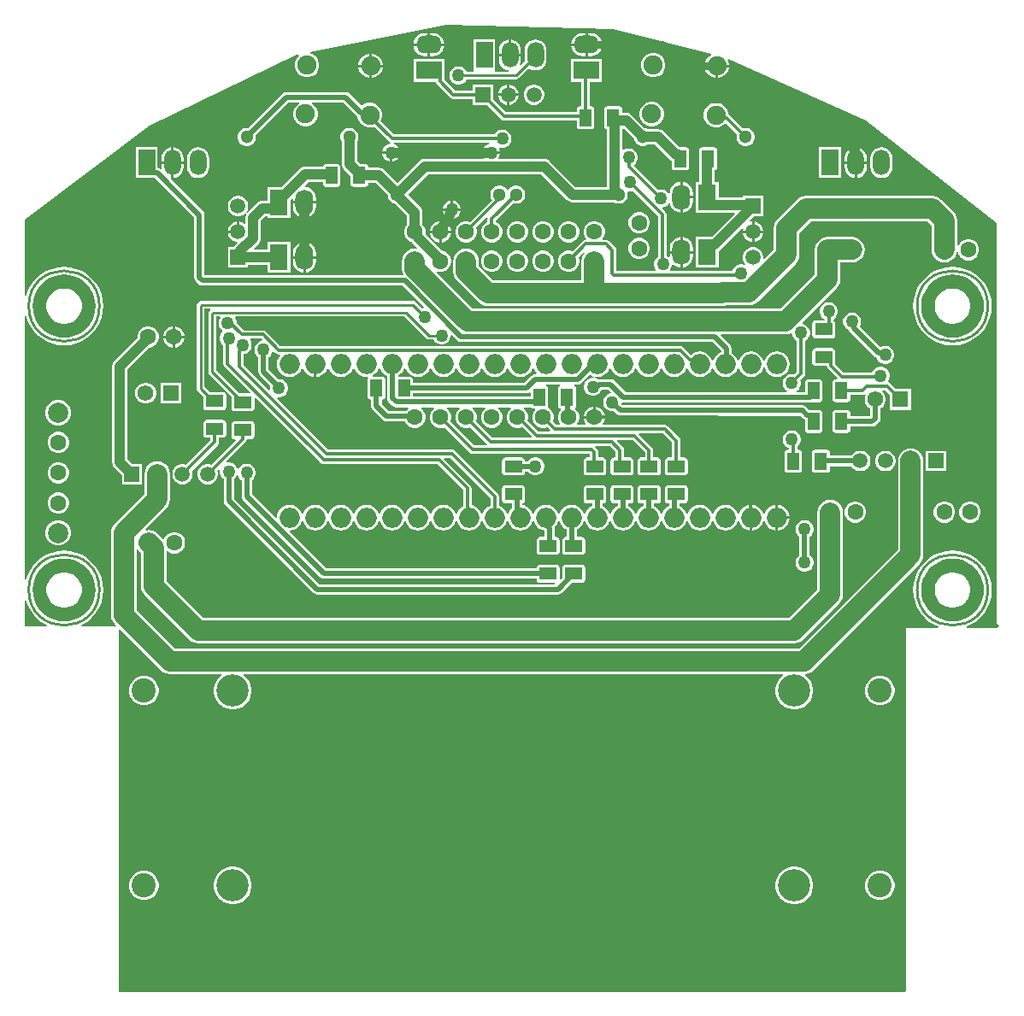
<source format=gbl>
G04*
G04 #@! TF.GenerationSoftware,Altium Limited,Altium Designer,23.6.0 (18)*
G04*
G04 Layer_Physical_Order=2*
G04 Layer_Color=255*
%FSLAX44Y44*%
%MOMM*%
G71*
G04*
G04 #@! TF.SameCoordinates,D83645A9-EAB1-4845-A107-50581717B435*
G04*
G04*
G04 #@! TF.FilePolarity,Positive*
G04*
G01*
G75*
%ADD11C,0.3000*%
%ADD13C,0.5000*%
%ADD14C,0.2540*%
%ADD15C,0.2000*%
%ADD40C,1.0000*%
%ADD41C,2.0000*%
%ADD42R,1.7780X2.5400*%
%ADD43O,1.7780X2.5400*%
%ADD44C,1.6000*%
%ADD45C,1.5080*%
%ADD46R,1.5080X1.5080*%
%ADD47C,1.9050*%
%ADD48O,2.5400X1.7780*%
%ADD49R,2.5400X1.7780*%
%ADD50O,1.6510X2.5400*%
%ADD51R,1.6510X2.5400*%
%ADD52C,2.0000*%
%ADD53C,3.2000*%
%ADD54C,2.4000*%
%ADD55C,1.3000*%
%ADD56R,1.5080X1.5080*%
%ADD57R,1.5750X1.5750*%
%ADD58C,1.5750*%
%ADD59O,2.0000X2.0000*%
%ADD60C,1.2700*%
G04:AMPARAMS|DCode=61|XSize=1.25mm|YSize=1.75mm|CornerRadius=0.0625mm|HoleSize=0mm|Usage=FLASHONLY|Rotation=90.000|XOffset=0mm|YOffset=0mm|HoleType=Round|Shape=RoundedRectangle|*
%AMROUNDEDRECTD61*
21,1,1.2500,1.6250,0,0,90.0*
21,1,1.1250,1.7500,0,0,90.0*
1,1,0.1250,0.8125,0.5625*
1,1,0.1250,0.8125,-0.5625*
1,1,0.1250,-0.8125,-0.5625*
1,1,0.1250,-0.8125,0.5625*
%
%ADD61ROUNDEDRECTD61*%
G04:AMPARAMS|DCode=62|XSize=1.25mm|YSize=1.75mm|CornerRadius=0.0625mm|HoleSize=0mm|Usage=FLASHONLY|Rotation=180.000|XOffset=0mm|YOffset=0mm|HoleType=Round|Shape=RoundedRectangle|*
%AMROUNDEDRECTD62*
21,1,1.2500,1.6250,0,0,180.0*
21,1,1.1250,1.7500,0,0,180.0*
1,1,0.1250,-0.5625,0.8125*
1,1,0.1250,0.5625,0.8125*
1,1,0.1250,0.5625,-0.8125*
1,1,0.1250,-0.5625,-0.8125*
%
%ADD62ROUNDEDRECTD62*%
%ADD63C,0.8000*%
G36*
X824495Y1206786D02*
X921892Y1182129D01*
X922080Y1180771D01*
X920454Y1179832D01*
X918208Y1177586D01*
X916619Y1174835D01*
X915797Y1171766D01*
Y1171448D01*
X939927D01*
Y1171766D01*
X939105Y1174835D01*
X938369Y1176110D01*
X939262Y1177102D01*
X1075690Y1116330D01*
X1205230Y1014730D01*
Y618490D01*
X1207770Y615950D01*
X1205230Y613410D01*
X1175598D01*
X1175345Y614680D01*
X1178974Y616183D01*
X1184183Y619375D01*
X1188828Y623342D01*
X1192795Y627988D01*
X1195987Y633196D01*
X1198325Y638840D01*
X1199751Y644780D01*
X1200230Y650870D01*
X1199751Y656960D01*
X1198325Y662900D01*
X1195987Y668544D01*
X1192795Y673753D01*
X1188828Y678398D01*
X1184183Y682365D01*
X1178974Y685557D01*
X1173330Y687895D01*
X1167390Y689321D01*
X1161300Y689800D01*
X1155210Y689321D01*
X1149270Y687895D01*
X1143626Y685557D01*
X1138418Y682365D01*
X1133772Y678398D01*
X1129805Y673753D01*
X1126613Y668544D01*
X1124275Y662900D01*
X1122849Y656960D01*
X1122370Y650870D01*
X1122849Y644780D01*
X1124275Y638840D01*
X1126613Y633196D01*
X1129805Y627988D01*
X1133772Y623342D01*
X1138418Y619375D01*
X1143626Y616183D01*
X1147255Y614680D01*
X1147002Y613410D01*
X1115060D01*
Y254000D01*
X1115157Y253903D01*
X1114671Y252730D01*
X335280D01*
Y610870D01*
X336496Y612086D01*
X377136Y571446D01*
X377136Y571446D01*
X379756Y569436D01*
X382806Y568173D01*
X386080Y567742D01*
X386080Y567742D01*
X437499D01*
X437885Y566472D01*
X436521Y565561D01*
X433939Y562979D01*
X431910Y559942D01*
X430513Y556568D01*
X429800Y552986D01*
Y549334D01*
X430513Y545752D01*
X431910Y542378D01*
X433939Y539341D01*
X436521Y536759D01*
X439558Y534730D01*
X442932Y533332D01*
X446514Y532620D01*
X450166D01*
X453748Y533332D01*
X457122Y534730D01*
X460159Y536759D01*
X462741Y539341D01*
X464770Y542378D01*
X466167Y545752D01*
X466880Y549334D01*
Y552986D01*
X466167Y556568D01*
X464770Y559942D01*
X462741Y562979D01*
X460159Y565561D01*
X458795Y566472D01*
X459181Y567742D01*
X993699D01*
X994085Y566472D01*
X992721Y565561D01*
X990139Y562979D01*
X988110Y559942D01*
X986712Y556568D01*
X986000Y552986D01*
Y549334D01*
X986712Y545752D01*
X988110Y542378D01*
X990139Y539341D01*
X992721Y536759D01*
X995758Y534730D01*
X999132Y533332D01*
X1002714Y532620D01*
X1006366D01*
X1009948Y533332D01*
X1013322Y534730D01*
X1016359Y536759D01*
X1018941Y539341D01*
X1020970Y542378D01*
X1022367Y545752D01*
X1023080Y549334D01*
Y552986D01*
X1022367Y556568D01*
X1020970Y559942D01*
X1018941Y562979D01*
X1016359Y565561D01*
X1014966Y566492D01*
X1015274Y567813D01*
X1018004Y568173D01*
X1021054Y569436D01*
X1023674Y571446D01*
X1128884Y676656D01*
X1128884Y676656D01*
X1130894Y679276D01*
X1132157Y682326D01*
X1132588Y685600D01*
X1132588Y685600D01*
Y778680D01*
X1132157Y781954D01*
X1130894Y785004D01*
X1128884Y787624D01*
X1126264Y789634D01*
X1123214Y790897D01*
X1119940Y791328D01*
X1116666Y790897D01*
X1113616Y789634D01*
X1110996Y787624D01*
X1108986Y785004D01*
X1107723Y781954D01*
X1107292Y778680D01*
Y690839D01*
X1009491Y593038D01*
X391319D01*
X353008Y631349D01*
Y690760D01*
X354197Y691328D01*
X354278Y691321D01*
X356246Y688756D01*
X357402Y687601D01*
Y654840D01*
X357402Y654840D01*
X357833Y651566D01*
X359096Y648516D01*
X361106Y645896D01*
X405076Y601926D01*
X405076Y601926D01*
X407696Y599916D01*
X410746Y598653D01*
X414020Y598222D01*
X414020Y598222D01*
X1004570D01*
X1004570Y598222D01*
X1007844Y598653D01*
X1010894Y599916D01*
X1013514Y601926D01*
X1049074Y637486D01*
X1051084Y640106D01*
X1052347Y643156D01*
X1052778Y646430D01*
X1052778Y646430D01*
Y727710D01*
X1052347Y730984D01*
X1051084Y734034D01*
X1049074Y736654D01*
X1046454Y738664D01*
X1043404Y739927D01*
X1040130Y740358D01*
X1036856Y739927D01*
X1033806Y738664D01*
X1031186Y736654D01*
X1029176Y734034D01*
X1027913Y730984D01*
X1027482Y727710D01*
Y651669D01*
X999331Y623518D01*
X419259D01*
X382698Y660079D01*
Y689027D01*
X383871Y689513D01*
X384118Y689266D01*
X386522Y687878D01*
X389202Y687160D01*
X391978D01*
X394658Y687878D01*
X397062Y689266D01*
X399024Y691228D01*
X400412Y693632D01*
X401130Y696312D01*
Y699088D01*
X400412Y701768D01*
X399024Y704172D01*
X397062Y706134D01*
X394658Y707522D01*
X391978Y708240D01*
X389202D01*
X386522Y707522D01*
X384118Y706134D01*
X382156Y704172D01*
X380768Y701768D01*
X380684Y701452D01*
X379438Y701205D01*
X378994Y701784D01*
X378993Y701784D01*
X374134Y706644D01*
X371514Y708654D01*
X368464Y709917D01*
X365190Y710348D01*
X362670Y710016D01*
X362077Y711219D01*
X382523Y731666D01*
X382524Y731666D01*
X384534Y734286D01*
X385797Y737336D01*
X386228Y740610D01*
Y765640D01*
X385797Y768914D01*
X384534Y771964D01*
X382524Y774584D01*
X379904Y776594D01*
X376854Y777857D01*
X373580Y778288D01*
X370306Y777857D01*
X367256Y776594D01*
X364636Y774584D01*
X362626Y771964D01*
X361363Y768914D01*
X360932Y765640D01*
Y745849D01*
X331416Y716334D01*
X329406Y713714D01*
X328143Y710664D01*
X327712Y707390D01*
X327712Y707390D01*
Y626110D01*
X327712Y626110D01*
X328143Y622836D01*
X329406Y619786D01*
X331416Y617166D01*
X332729Y615853D01*
X332243Y614680D01*
X298600D01*
X298352Y615926D01*
X298974Y616183D01*
X304182Y619375D01*
X308828Y623342D01*
X312795Y627988D01*
X315987Y633196D01*
X318325Y638840D01*
X319751Y644780D01*
X320230Y650870D01*
X319751Y656960D01*
X318325Y662900D01*
X315987Y668544D01*
X312795Y673753D01*
X308828Y678398D01*
X304182Y682365D01*
X298974Y685557D01*
X293330Y687895D01*
X287390Y689321D01*
X281300Y689800D01*
X275210Y689321D01*
X269270Y687895D01*
X263626Y685557D01*
X258417Y682365D01*
X253772Y678398D01*
X249805Y673753D01*
X246613Y668544D01*
X244275Y662900D01*
X243840Y661087D01*
X242570Y661237D01*
Y921773D01*
X243840Y921923D01*
X244275Y920110D01*
X246613Y914466D01*
X249805Y909258D01*
X253772Y904612D01*
X258417Y900645D01*
X263626Y897453D01*
X269270Y895115D01*
X275210Y893689D01*
X281300Y893210D01*
X287390Y893689D01*
X293330Y895115D01*
X298974Y897453D01*
X304182Y900645D01*
X308828Y904612D01*
X312795Y909258D01*
X315987Y914466D01*
X318325Y920110D01*
X319751Y926050D01*
X320230Y932140D01*
X319751Y938230D01*
X318325Y944170D01*
X315987Y949814D01*
X312795Y955023D01*
X308828Y959668D01*
X304182Y963635D01*
X298974Y966827D01*
X293330Y969165D01*
X287390Y970591D01*
X281300Y971070D01*
X275210Y970591D01*
X269270Y969165D01*
X263626Y966827D01*
X258417Y963635D01*
X253772Y959668D01*
X249805Y955023D01*
X246613Y949814D01*
X244275Y944170D01*
X243840Y942357D01*
X242570Y942507D01*
Y1016000D01*
X241985Y1016585D01*
X242075Y1017851D01*
X366023Y1110812D01*
X511962Y1181079D01*
X513581Y1181410D01*
X514209Y1180242D01*
X512316Y1178348D01*
X510727Y1175597D01*
X509905Y1172528D01*
Y1169352D01*
X510727Y1166283D01*
X512316Y1163532D01*
X514562Y1161286D01*
X517313Y1159697D01*
X520382Y1158875D01*
X523558D01*
X526627Y1159697D01*
X529378Y1161286D01*
X531624Y1163532D01*
X533213Y1166283D01*
X534035Y1169352D01*
Y1172528D01*
X533213Y1175597D01*
X531624Y1178348D01*
X529378Y1180594D01*
X526627Y1182183D01*
X525371Y1182519D01*
X525410Y1183824D01*
X659877Y1211266D01*
X824495Y1206786D01*
D02*
G37*
G36*
X286174Y962915D02*
X290929Y961774D01*
X295446Y959903D01*
X299615Y957348D01*
X303333Y954173D01*
X306508Y950455D01*
X309063Y946286D01*
X310934Y941769D01*
X312075Y937014D01*
X312459Y932140D01*
X312075Y927266D01*
X310934Y922511D01*
X309063Y917994D01*
X306508Y913825D01*
X303333Y910107D01*
X299615Y906932D01*
X295446Y904377D01*
X290929Y902506D01*
X286174Y901365D01*
X281300Y900981D01*
X276426Y901365D01*
X271671Y902506D01*
X267154Y904377D01*
X262985Y906932D01*
X259267Y910107D01*
X256092Y913825D01*
X253537Y917994D01*
X251666Y922511D01*
X250525Y927266D01*
X250141Y932140D01*
X250525Y937014D01*
X251666Y941769D01*
X253537Y946286D01*
X256092Y950455D01*
X259267Y954173D01*
X262985Y957348D01*
X267154Y959903D01*
X271671Y961774D01*
X276426Y962915D01*
X281300Y963299D01*
X286174Y962915D01*
D02*
G37*
G36*
X1166174Y681645D02*
X1170929Y680504D01*
X1175446Y678633D01*
X1179615Y676078D01*
X1183333Y672903D01*
X1186508Y669185D01*
X1189063Y665016D01*
X1190934Y660499D01*
X1192075Y655744D01*
X1192459Y650870D01*
X1192075Y645996D01*
X1190934Y641241D01*
X1189063Y636724D01*
X1186508Y632555D01*
X1183333Y628837D01*
X1179615Y625662D01*
X1175446Y623107D01*
X1170929Y621236D01*
X1166174Y620094D01*
X1161300Y619711D01*
X1156426Y620094D01*
X1151671Y621236D01*
X1147154Y623107D01*
X1142985Y625662D01*
X1139267Y628837D01*
X1136092Y632555D01*
X1133537Y636724D01*
X1131666Y641241D01*
X1130525Y645996D01*
X1130141Y650870D01*
X1130525Y655744D01*
X1131666Y660499D01*
X1133537Y665016D01*
X1136092Y669185D01*
X1139267Y672903D01*
X1142985Y676078D01*
X1147154Y678633D01*
X1151671Y680504D01*
X1156426Y681645D01*
X1161300Y682029D01*
X1166174Y681645D01*
D02*
G37*
G36*
X286174D02*
X290929Y680504D01*
X295446Y678633D01*
X299615Y676078D01*
X303333Y672903D01*
X306508Y669185D01*
X309063Y665016D01*
X310934Y660499D01*
X312075Y655744D01*
X312459Y650870D01*
X312075Y645996D01*
X310934Y641241D01*
X309063Y636724D01*
X306508Y632555D01*
X303333Y628837D01*
X299615Y625662D01*
X295446Y623107D01*
X290929Y621236D01*
X286174Y620094D01*
X281300Y619711D01*
X276426Y620094D01*
X271671Y621236D01*
X267154Y623107D01*
X262985Y625662D01*
X259267Y628837D01*
X256092Y632555D01*
X253537Y636724D01*
X251666Y641241D01*
X250525Y645996D01*
X250141Y650870D01*
X250525Y655744D01*
X251666Y660499D01*
X253537Y665016D01*
X256092Y669185D01*
X259267Y672903D01*
X262985Y676078D01*
X267154Y678633D01*
X271671Y680504D01*
X276426Y681645D01*
X281300Y682029D01*
X286174Y681645D01*
D02*
G37*
G36*
X244275Y638840D02*
X246613Y633196D01*
X249805Y627988D01*
X253772Y623342D01*
X258417Y619375D01*
X263626Y616183D01*
X264248Y615926D01*
X264000Y614680D01*
X242570D01*
Y640503D01*
X243840Y640653D01*
X244275Y638840D01*
D02*
G37*
%LPC*%
G36*
X802640Y1202789D02*
X800100D01*
Y1192530D01*
X814001D01*
X813776Y1194244D01*
X812624Y1197024D01*
X810792Y1199412D01*
X808404Y1201244D01*
X805624Y1202396D01*
X802640Y1202789D01*
D02*
G37*
G36*
X646430D02*
X643890D01*
Y1192530D01*
X657791D01*
X657566Y1194244D01*
X656414Y1197024D01*
X654582Y1199412D01*
X652194Y1201244D01*
X649414Y1202396D01*
X646430Y1202789D01*
D02*
G37*
G36*
X797560D02*
X795020D01*
X792036Y1202396D01*
X789256Y1201244D01*
X786868Y1199412D01*
X785036Y1197024D01*
X783884Y1194244D01*
X783659Y1192530D01*
X797560D01*
Y1202789D01*
D02*
G37*
G36*
X641350D02*
X638810D01*
X635826Y1202396D01*
X633046Y1201244D01*
X630658Y1199412D01*
X628826Y1197024D01*
X627674Y1194244D01*
X627449Y1192530D01*
X641350D01*
Y1202789D01*
D02*
G37*
G36*
X724170Y1196266D02*
Y1182370D01*
X733788D01*
Y1185545D01*
X733417Y1188363D01*
X732329Y1190989D01*
X730599Y1193244D01*
X728344Y1194974D01*
X725718Y1196062D01*
X724170Y1196266D01*
D02*
G37*
G36*
X721630D02*
X720082Y1196062D01*
X717456Y1194974D01*
X715201Y1193244D01*
X713471Y1190989D01*
X712383Y1188363D01*
X712012Y1185545D01*
Y1182370D01*
X721630D01*
Y1196266D01*
D02*
G37*
G36*
X814001Y1189990D02*
X800100D01*
Y1179731D01*
X802640D01*
X805624Y1180124D01*
X808404Y1181276D01*
X810792Y1183108D01*
X812624Y1185496D01*
X813776Y1188276D01*
X814001Y1189990D01*
D02*
G37*
G36*
X797560D02*
X783659D01*
X783884Y1188276D01*
X785036Y1185496D01*
X786868Y1183108D01*
X789256Y1181276D01*
X792036Y1180124D01*
X795020Y1179731D01*
X797560D01*
Y1189990D01*
D02*
G37*
G36*
X657791D02*
X643890D01*
Y1179731D01*
X646430D01*
X649414Y1180124D01*
X652194Y1181276D01*
X654582Y1183108D01*
X656414Y1185496D01*
X657566Y1188276D01*
X657791Y1189990D01*
D02*
G37*
G36*
X641350D02*
X627449D01*
X627674Y1188276D01*
X628826Y1185496D01*
X630658Y1183108D01*
X633046Y1181276D01*
X635826Y1180124D01*
X638810Y1179731D01*
X641350D01*
Y1189990D01*
D02*
G37*
G36*
X586550Y1182243D02*
X586232D01*
Y1171448D01*
X597027D01*
Y1171766D01*
X596205Y1174835D01*
X594616Y1177586D01*
X592370Y1179832D01*
X589619Y1181421D01*
X586550Y1182243D01*
D02*
G37*
G36*
X583692D02*
X583374D01*
X580305Y1181421D01*
X577554Y1179832D01*
X575308Y1177586D01*
X573719Y1174835D01*
X572897Y1171766D01*
Y1171448D01*
X583692D01*
Y1182243D01*
D02*
G37*
G36*
X748300Y1196433D02*
X745482Y1196062D01*
X742856Y1194974D01*
X740601Y1193244D01*
X738871Y1190989D01*
X737783Y1188363D01*
X737412Y1185545D01*
Y1176655D01*
X737639Y1174932D01*
X733553Y1170847D01*
X732477Y1171566D01*
X733417Y1173837D01*
X733788Y1176655D01*
Y1179830D01*
X712012D01*
Y1176655D01*
X712383Y1173837D01*
X713471Y1171211D01*
X715201Y1168956D01*
X717456Y1167226D01*
X720082Y1166138D01*
X721625Y1165935D01*
X721542Y1164665D01*
X708475D01*
X708295Y1165860D01*
X708295Y1165935D01*
Y1196340D01*
X686705D01*
Y1165935D01*
X686705Y1165860D01*
X686525Y1164665D01*
X679853D01*
X678944Y1166239D01*
X677289Y1167894D01*
X675261Y1169064D01*
X673000Y1169670D01*
X670660D01*
X668399Y1169064D01*
X666371Y1167894D01*
X664716Y1166239D01*
X663546Y1164211D01*
X662940Y1161950D01*
Y1159610D01*
X663546Y1157349D01*
X664716Y1155321D01*
X666371Y1153666D01*
X668399Y1152496D01*
X670660Y1151890D01*
X673000D01*
X675261Y1152496D01*
X677289Y1153666D01*
X678944Y1155321D01*
X679853Y1156895D01*
X728980D01*
X730467Y1157191D01*
X731727Y1158033D01*
X741760Y1168066D01*
X742856Y1167226D01*
X745482Y1166138D01*
X748300Y1165767D01*
X751118Y1166138D01*
X753744Y1167226D01*
X755999Y1168956D01*
X757729Y1171211D01*
X758817Y1173837D01*
X759188Y1176655D01*
Y1185545D01*
X758817Y1188363D01*
X757729Y1190989D01*
X755999Y1193244D01*
X753744Y1194974D01*
X751118Y1196062D01*
X748300Y1196433D01*
D02*
G37*
G36*
X866458Y1183005D02*
X863282D01*
X860213Y1182183D01*
X857462Y1180594D01*
X855216Y1178348D01*
X853627Y1175597D01*
X852805Y1172528D01*
Y1169352D01*
X853627Y1166283D01*
X855216Y1163532D01*
X857462Y1161286D01*
X860213Y1159697D01*
X863282Y1158875D01*
X866458D01*
X869527Y1159697D01*
X872278Y1161286D01*
X874524Y1163532D01*
X876113Y1166283D01*
X876935Y1169352D01*
Y1172528D01*
X876113Y1175597D01*
X874524Y1178348D01*
X872278Y1180594D01*
X869527Y1182183D01*
X866458Y1183005D01*
D02*
G37*
G36*
X939927Y1168908D02*
X929132D01*
Y1158113D01*
X929450D01*
X932519Y1158935D01*
X935270Y1160524D01*
X937516Y1162770D01*
X939105Y1165521D01*
X939927Y1168590D01*
Y1168908D01*
D02*
G37*
G36*
X926592D02*
X915797D01*
Y1168590D01*
X916619Y1165521D01*
X918208Y1162770D01*
X920454Y1160524D01*
X923205Y1158935D01*
X926274Y1158113D01*
X926592D01*
Y1168908D01*
D02*
G37*
G36*
X597027D02*
X586232D01*
Y1158113D01*
X586550D01*
X589619Y1158935D01*
X592370Y1160524D01*
X594616Y1162770D01*
X596205Y1165521D01*
X597027Y1168590D01*
Y1168908D01*
D02*
G37*
G36*
X583692D02*
X572897D01*
Y1168590D01*
X573719Y1165521D01*
X575308Y1162770D01*
X577554Y1160524D01*
X580305Y1158935D01*
X583374Y1158113D01*
X583692D01*
Y1168908D01*
D02*
G37*
G36*
X722687Y1151640D02*
X722630D01*
Y1142830D01*
X731440D01*
Y1142887D01*
X730753Y1145451D01*
X729426Y1147749D01*
X727549Y1149626D01*
X725251Y1150953D01*
X722687Y1151640D01*
D02*
G37*
G36*
X720090D02*
X720033D01*
X717469Y1150953D01*
X715171Y1149626D01*
X713294Y1147749D01*
X711967Y1145451D01*
X711280Y1142887D01*
Y1142830D01*
X720090D01*
Y1151640D01*
D02*
G37*
G36*
X748087D02*
X745433D01*
X742869Y1150953D01*
X740571Y1149626D01*
X738694Y1147749D01*
X737367Y1145451D01*
X736680Y1142887D01*
Y1140233D01*
X737367Y1137669D01*
X738694Y1135371D01*
X740571Y1133494D01*
X742869Y1132167D01*
X745433Y1131480D01*
X748087D01*
X750651Y1132167D01*
X752949Y1133494D01*
X754826Y1135371D01*
X756153Y1137669D01*
X756840Y1140233D01*
Y1142887D01*
X756153Y1145451D01*
X754826Y1147749D01*
X752949Y1149626D01*
X750651Y1150953D01*
X748087Y1151640D01*
D02*
G37*
G36*
X731440Y1140290D02*
X722630D01*
Y1131480D01*
X722687D01*
X725251Y1132167D01*
X727549Y1133494D01*
X729426Y1135371D01*
X730753Y1137669D01*
X731440Y1140233D01*
Y1140290D01*
D02*
G37*
G36*
X720090D02*
X711280D01*
Y1140233D01*
X711967Y1137669D01*
X713294Y1135371D01*
X715171Y1133494D01*
X717469Y1132167D01*
X720033Y1131480D01*
X720090D01*
Y1140290D01*
D02*
G37*
G36*
X814070Y1177290D02*
X783590D01*
Y1154430D01*
X793441D01*
Y1130222D01*
X792155D01*
X790920Y1129977D01*
X789873Y1129277D01*
X789174Y1128230D01*
X788928Y1126995D01*
Y1124259D01*
X719086D01*
X706040Y1137305D01*
Y1151640D01*
X685880D01*
Y1145849D01*
X668456D01*
X657860Y1156445D01*
Y1177290D01*
X627380D01*
Y1154430D01*
X649568D01*
X649791Y1153307D01*
X650684Y1151970D01*
X663837Y1138817D01*
X665174Y1137924D01*
X666750Y1137611D01*
X685880D01*
Y1131480D01*
X700215D01*
X714467Y1117227D01*
X715804Y1116334D01*
X717380Y1116021D01*
X788928D01*
Y1110745D01*
X789174Y1109510D01*
X789873Y1108464D01*
X790920Y1107764D01*
X792155Y1107518D01*
X803405D01*
X804640Y1107764D01*
X805687Y1108464D01*
X806387Y1109510D01*
X806632Y1110745D01*
Y1126995D01*
X806387Y1128230D01*
X805687Y1129277D01*
X804640Y1129977D01*
X803405Y1130222D01*
X801679D01*
Y1154430D01*
X814070D01*
Y1177290D01*
D02*
G37*
G36*
X864934Y1134491D02*
X861758D01*
X858689Y1133669D01*
X855938Y1132080D01*
X853692Y1129834D01*
X852103Y1127083D01*
X851281Y1124014D01*
Y1120838D01*
X852103Y1117769D01*
X853692Y1115018D01*
X855938Y1112772D01*
X858689Y1111183D01*
X861758Y1110361D01*
X864934D01*
X868003Y1111183D01*
X870754Y1112772D01*
X873000Y1115018D01*
X874589Y1117769D01*
X875411Y1120838D01*
Y1124014D01*
X874589Y1127083D01*
X873000Y1129834D01*
X870754Y1132080D01*
X868003Y1133669D01*
X864934Y1134491D01*
D02*
G37*
G36*
X928688Y1133475D02*
X925512D01*
X922443Y1132653D01*
X919692Y1131064D01*
X917446Y1128818D01*
X915857Y1126067D01*
X915035Y1122998D01*
Y1119822D01*
X915857Y1116753D01*
X917446Y1114002D01*
X919692Y1111756D01*
X922443Y1110167D01*
X925512Y1109345D01*
X928688D01*
X931757Y1110167D01*
X934508Y1111756D01*
X936529Y1113776D01*
X947698Y1102607D01*
X947270Y1101010D01*
Y1098630D01*
X947886Y1096331D01*
X949076Y1094269D01*
X950759Y1092586D01*
X952821Y1091396D01*
X955120Y1090780D01*
X957500D01*
X959799Y1091396D01*
X961861Y1092586D01*
X963544Y1094269D01*
X964734Y1096331D01*
X965350Y1098630D01*
Y1101010D01*
X964734Y1103309D01*
X963544Y1105371D01*
X961861Y1107054D01*
X959799Y1108244D01*
X957500Y1108860D01*
X955120D01*
X953523Y1108432D01*
X940704Y1121252D01*
X939367Y1122145D01*
X939165Y1122185D01*
Y1122998D01*
X938343Y1126067D01*
X936754Y1128818D01*
X934508Y1131064D01*
X931757Y1132653D01*
X928688Y1133475D01*
D02*
G37*
G36*
X560070Y1144329D02*
X501650D01*
X499683Y1143938D01*
X498016Y1142824D01*
X463930Y1108737D01*
X463470Y1108860D01*
X461090D01*
X458791Y1108244D01*
X456729Y1107054D01*
X455046Y1105371D01*
X453856Y1103309D01*
X453240Y1101010D01*
Y1098630D01*
X453856Y1096331D01*
X455046Y1094269D01*
X456729Y1092586D01*
X458791Y1091396D01*
X461090Y1090780D01*
X463470D01*
X465769Y1091396D01*
X467831Y1092586D01*
X469514Y1094269D01*
X470704Y1096331D01*
X471320Y1098630D01*
Y1101010D01*
X471197Y1101470D01*
X503778Y1134051D01*
X513912D01*
X514252Y1132781D01*
X513038Y1132080D01*
X510792Y1129834D01*
X509203Y1127083D01*
X508381Y1124014D01*
Y1120838D01*
X509203Y1117769D01*
X510792Y1115018D01*
X513038Y1112772D01*
X515789Y1111183D01*
X518858Y1110361D01*
X522034D01*
X525103Y1111183D01*
X527854Y1112772D01*
X530100Y1115018D01*
X531689Y1117769D01*
X532511Y1120838D01*
Y1124014D01*
X531689Y1127083D01*
X530100Y1129834D01*
X527854Y1132080D01*
X526640Y1132781D01*
X526981Y1134051D01*
X557942D01*
X571528Y1120465D01*
X572135Y1120059D01*
Y1119822D01*
X572957Y1116753D01*
X574546Y1114002D01*
X576792Y1111756D01*
X579543Y1110167D01*
X582612Y1109345D01*
X585788D01*
X588455Y1110060D01*
X603311Y1095203D01*
X604648Y1094311D01*
X604435Y1093058D01*
X604207D01*
X601946Y1092452D01*
X599919Y1091282D01*
X598264Y1089626D01*
X597094Y1087599D01*
X596515Y1085438D01*
X614241D01*
X613662Y1087599D01*
X612492Y1089626D01*
X610836Y1091282D01*
X608809Y1092452D01*
X607783Y1092727D01*
X607951Y1093997D01*
X701754D01*
X701921Y1092727D01*
X700895Y1092452D01*
X698868Y1091282D01*
X697213Y1089626D01*
X696042Y1087599D01*
X695463Y1085438D01*
X713190D01*
X712611Y1087599D01*
X712093Y1088495D01*
X712930Y1089586D01*
X714274Y1089226D01*
X716614D01*
X718875Y1089832D01*
X720902Y1091002D01*
X722558Y1092657D01*
X723728Y1094685D01*
X724334Y1096946D01*
Y1099286D01*
X723728Y1101547D01*
X722558Y1103575D01*
X720902Y1105230D01*
X718875Y1106400D01*
X716614Y1107006D01*
X714274D01*
X712012Y1106400D01*
X709985Y1105230D01*
X708330Y1103575D01*
X707557Y1102235D01*
X607930D01*
X594700Y1115466D01*
X595443Y1116753D01*
X596265Y1119822D01*
Y1122998D01*
X595443Y1126067D01*
X593854Y1128818D01*
X591608Y1131064D01*
X588857Y1132653D01*
X585788Y1133475D01*
X582612D01*
X579543Y1132653D01*
X576792Y1131064D01*
X576127Y1130400D01*
X563704Y1142824D01*
X562037Y1143938D01*
X560070Y1144329D01*
D02*
G37*
G36*
X1066800Y1089586D02*
Y1075690D01*
X1076418D01*
Y1078865D01*
X1076047Y1081683D01*
X1074959Y1084309D01*
X1073229Y1086564D01*
X1070974Y1088294D01*
X1068348Y1089382D01*
X1066800Y1089586D01*
D02*
G37*
G36*
X1064260D02*
X1062712Y1089382D01*
X1060086Y1088294D01*
X1057831Y1086564D01*
X1056101Y1084309D01*
X1055013Y1081683D01*
X1054642Y1078865D01*
Y1075690D01*
X1064260D01*
Y1089586D01*
D02*
G37*
G36*
X389890D02*
Y1075690D01*
X399508D01*
Y1078865D01*
X399137Y1081683D01*
X398049Y1084309D01*
X396319Y1086564D01*
X394064Y1088294D01*
X391438Y1089382D01*
X389890Y1089586D01*
D02*
G37*
G36*
X387350D02*
X385802Y1089382D01*
X383176Y1088294D01*
X380921Y1086564D01*
X379191Y1084309D01*
X378103Y1081683D01*
X377732Y1078865D01*
Y1075690D01*
X387350D01*
Y1089586D01*
D02*
G37*
G36*
X614241Y1082898D02*
X606648D01*
Y1075305D01*
X608809Y1075884D01*
X610836Y1077054D01*
X612492Y1078709D01*
X613662Y1080736D01*
X614241Y1082898D01*
D02*
G37*
G36*
X604108D02*
X596515D01*
X597094Y1080736D01*
X598264Y1078709D01*
X599919Y1077054D01*
X601946Y1075884D01*
X604108Y1075305D01*
Y1082898D01*
D02*
G37*
G36*
X1076418Y1073150D02*
X1066800D01*
Y1059254D01*
X1068348Y1059458D01*
X1070974Y1060546D01*
X1073229Y1062276D01*
X1074959Y1064531D01*
X1076047Y1067157D01*
X1076418Y1069975D01*
Y1073150D01*
D02*
G37*
G36*
X1064260D02*
X1054642D01*
Y1069975D01*
X1055013Y1067157D01*
X1056101Y1064531D01*
X1057831Y1062276D01*
X1060086Y1060546D01*
X1062712Y1059458D01*
X1064260Y1059254D01*
Y1073150D01*
D02*
G37*
G36*
X399508D02*
X389890D01*
Y1059254D01*
X391438Y1059458D01*
X394064Y1060546D01*
X396319Y1062276D01*
X398049Y1064531D01*
X399137Y1067157D01*
X399508Y1069975D01*
Y1073150D01*
D02*
G37*
G36*
X1050925Y1089660D02*
X1029335D01*
Y1059180D01*
X1050925D01*
Y1089660D01*
D02*
G37*
G36*
X1090930Y1089753D02*
X1088112Y1089382D01*
X1085486Y1088294D01*
X1083231Y1086564D01*
X1081501Y1084309D01*
X1080413Y1081683D01*
X1080042Y1078865D01*
Y1069975D01*
X1080413Y1067157D01*
X1081501Y1064531D01*
X1083231Y1062276D01*
X1085486Y1060546D01*
X1088112Y1059458D01*
X1090930Y1059087D01*
X1093748Y1059458D01*
X1096374Y1060546D01*
X1098629Y1062276D01*
X1100359Y1064531D01*
X1101447Y1067157D01*
X1101818Y1069975D01*
Y1078865D01*
X1101447Y1081683D01*
X1100359Y1084309D01*
X1098629Y1086564D01*
X1096374Y1088294D01*
X1093748Y1089382D01*
X1090930Y1089753D01*
D02*
G37*
G36*
X414020D02*
X411202Y1089382D01*
X408576Y1088294D01*
X406321Y1086564D01*
X404591Y1084309D01*
X403503Y1081683D01*
X403132Y1078865D01*
Y1069975D01*
X403503Y1067157D01*
X404591Y1064531D01*
X406321Y1062276D01*
X408576Y1060546D01*
X411202Y1059458D01*
X414020Y1059087D01*
X416838Y1059458D01*
X419464Y1060546D01*
X421719Y1062276D01*
X423449Y1064531D01*
X424537Y1067157D01*
X424908Y1069975D01*
Y1078865D01*
X424537Y1081683D01*
X423449Y1084309D01*
X421719Y1086564D01*
X419464Y1088294D01*
X416838Y1089382D01*
X414020Y1089753D01*
D02*
G37*
G36*
X551945Y1073072D02*
X540695D01*
X539460Y1072827D01*
X538413Y1072127D01*
X537714Y1071080D01*
X537617Y1070595D01*
X520325D01*
X518356Y1070336D01*
X516522Y1069576D01*
X514947Y1068368D01*
X496869Y1050290D01*
X482600D01*
Y1036333D01*
X477548D01*
X475580Y1036074D01*
X474506Y1035629D01*
X473746Y1035315D01*
X472171Y1034106D01*
X463262Y1025198D01*
X462919Y1024749D01*
X461860Y1025456D01*
X462010Y1025716D01*
X462953Y1027349D01*
X463640Y1029913D01*
Y1032567D01*
X462953Y1035131D01*
X461626Y1037429D01*
X459749Y1039306D01*
X457451Y1040633D01*
X454887Y1041320D01*
X452233D01*
X449669Y1040633D01*
X447371Y1039306D01*
X445494Y1037429D01*
X444167Y1035131D01*
X443480Y1032567D01*
Y1029913D01*
X444167Y1027349D01*
X445494Y1025051D01*
X447371Y1023174D01*
X449669Y1021847D01*
X452233Y1021160D01*
X454887D01*
X457451Y1021847D01*
X459749Y1023174D01*
X461083Y1024508D01*
X461295Y1024719D01*
X462252Y1023880D01*
X462054Y1023623D01*
X461294Y1021788D01*
X461035Y1019820D01*
Y1014280D01*
X459862Y1013794D01*
X459749Y1013906D01*
X457451Y1015233D01*
X454887Y1015920D01*
X454830D01*
Y1005840D01*
X453560D01*
Y1004570D01*
X443480D01*
Y1004513D01*
X444167Y1001949D01*
X445494Y999651D01*
X447371Y997774D01*
X449669Y996447D01*
X452233Y995760D01*
X452392D01*
X452878Y994587D01*
X450722Y992431D01*
X449514Y990856D01*
X449375Y990520D01*
X443480D01*
Y970360D01*
X463640D01*
Y972835D01*
X482600D01*
Y965200D01*
X505460D01*
Y995680D01*
X482600D01*
Y988045D01*
X469506D01*
X469020Y989218D01*
X474018Y994216D01*
X475226Y995791D01*
X475986Y997625D01*
X476245Y999594D01*
Y1016670D01*
X480699Y1021123D01*
X482600D01*
Y1019810D01*
X505460D01*
Y1037371D01*
X505462Y1037372D01*
X506631Y1038542D01*
X507901Y1038016D01*
Y1036320D01*
X530959D01*
Y1038860D01*
X530566Y1041844D01*
X529414Y1044624D01*
X527582Y1047012D01*
X525194Y1048844D01*
X522414Y1049996D01*
X520176Y1050290D01*
X519721Y1051631D01*
X523475Y1055385D01*
X537468D01*
Y1053595D01*
X537714Y1052360D01*
X538413Y1051313D01*
X539460Y1050614D01*
X540695Y1050368D01*
X551945D01*
X553180Y1050614D01*
X554227Y1051313D01*
X554927Y1052360D01*
X555172Y1053595D01*
Y1069845D01*
X554927Y1071080D01*
X554227Y1072127D01*
X553180Y1072827D01*
X551945Y1073072D01*
D02*
G37*
G36*
X830905Y1130222D02*
X819655D01*
X818420Y1129977D01*
X817373Y1129277D01*
X816674Y1128230D01*
X816428Y1126995D01*
Y1110745D01*
X816674Y1109510D01*
X817373Y1108464D01*
X818420Y1107764D01*
X819165Y1107616D01*
Y1050275D01*
X788010D01*
X762630Y1075656D01*
X761055Y1076864D01*
X759221Y1077624D01*
X757252Y1077883D01*
X712291D01*
X711696Y1079153D01*
X712611Y1080736D01*
X713190Y1082898D01*
X695463D01*
X696042Y1080736D01*
X696956Y1079153D01*
X696362Y1077883D01*
X638478D01*
X636510Y1077624D01*
X634675Y1076864D01*
X633100Y1075656D01*
X611505Y1054060D01*
X598467Y1067098D01*
X596892Y1068307D01*
X595058Y1069066D01*
X593090Y1069325D01*
X582672D01*
Y1069845D01*
X582427Y1071080D01*
X581727Y1072127D01*
X580680Y1072827D01*
X579445Y1073072D01*
X574713D01*
X571485Y1076300D01*
Y1094912D01*
X572304Y1096331D01*
X572920Y1098630D01*
Y1101010D01*
X572304Y1103309D01*
X571114Y1105371D01*
X569431Y1107054D01*
X567369Y1108244D01*
X565070Y1108860D01*
X562690D01*
X560391Y1108244D01*
X558329Y1107054D01*
X556646Y1105371D01*
X555456Y1103309D01*
X554840Y1101010D01*
Y1098630D01*
X555456Y1096331D01*
X556275Y1094912D01*
Y1073150D01*
X556534Y1071182D01*
X557294Y1069348D01*
X558502Y1067772D01*
X564968Y1061307D01*
Y1053595D01*
X565214Y1052360D01*
X565913Y1051313D01*
X566960Y1050614D01*
X568195Y1050368D01*
X579445D01*
X580680Y1050614D01*
X581727Y1051313D01*
X582427Y1052360D01*
X582672Y1053595D01*
Y1054115D01*
X589939D01*
X601830Y1042225D01*
Y1041480D01*
X602446Y1039181D01*
X603636Y1037119D01*
X605319Y1035436D01*
X607381Y1034246D01*
X608963Y1033822D01*
X621045Y1021740D01*
Y1013141D01*
X620216Y1012312D01*
X618828Y1009908D01*
X618110Y1007228D01*
Y1004452D01*
X618828Y1001772D01*
X620216Y999368D01*
X622178Y997406D01*
X624582Y996018D01*
X625651Y995732D01*
X626272Y994922D01*
X630937Y990258D01*
X630344Y989055D01*
X628650Y989278D01*
X625376Y988847D01*
X622326Y987584D01*
X619706Y985574D01*
X617696Y982954D01*
X616433Y979904D01*
X616002Y976630D01*
Y969010D01*
X616002Y969010D01*
X616433Y965736D01*
X617245Y963775D01*
X616540Y962719D01*
X420429D01*
Y1022350D01*
X420038Y1024316D01*
X418924Y1025984D01*
X386871Y1058036D01*
X387350Y1059007D01*
Y1073150D01*
X377732D01*
Y1069975D01*
X377890Y1068777D01*
X377750Y1068623D01*
X376699Y1068091D01*
X375387Y1068968D01*
X374015Y1069240D01*
Y1089660D01*
X352425D01*
Y1059180D01*
X368479D01*
X368975Y1059081D01*
X371292D01*
X410151Y1020221D01*
Y960509D01*
X410542Y958542D01*
X411656Y956875D01*
X414585Y953946D01*
X416252Y952832D01*
X418219Y952441D01*
X616682D01*
X637568Y931555D01*
X637107Y930220D01*
X635884Y929892D01*
X629579Y936197D01*
X628319Y937039D01*
X626832Y937335D01*
X418048D01*
X416561Y937039D01*
X415301Y936197D01*
X413813Y934709D01*
X412971Y933449D01*
X412675Y931962D01*
Y850490D01*
X412971Y849004D01*
X413813Y847743D01*
X419178Y842379D01*
Y832355D01*
X419423Y831120D01*
X420123Y830073D01*
X421170Y829374D01*
X422405Y829128D01*
X438655D01*
X439890Y829374D01*
X440937Y830073D01*
X441636Y831120D01*
X441882Y832355D01*
Y843605D01*
X441636Y844840D01*
X440937Y845887D01*
X439890Y846587D01*
X438655Y846832D01*
X425712D01*
X420445Y852099D01*
Y929565D01*
X425980D01*
X426101Y929406D01*
X426450Y928295D01*
X425243Y927089D01*
X424401Y925829D01*
X424105Y924342D01*
Y867190D01*
X424401Y865703D01*
X425243Y864443D01*
X447156Y842530D01*
X447118Y842335D01*
Y831085D01*
X447363Y829850D01*
X448063Y828803D01*
X449110Y828104D01*
X450345Y827858D01*
X466595D01*
X467830Y828104D01*
X468876Y828803D01*
X469576Y829850D01*
X469822Y831085D01*
Y840817D01*
X471092Y841343D01*
X535567Y776867D01*
X536904Y775974D01*
X538480Y775661D01*
X651074D01*
X676761Y749973D01*
Y733632D01*
X676155Y733381D01*
X673536Y731370D01*
X671526Y728751D01*
X670467Y726194D01*
X669092D01*
X668033Y728751D01*
X666023Y731370D01*
X663404Y733381D01*
X660353Y734644D01*
X657079Y735075D01*
X653806Y734644D01*
X650755Y733381D01*
X648136Y731370D01*
X646126Y728751D01*
X645067Y726194D01*
X643692D01*
X642633Y728751D01*
X640623Y731370D01*
X638004Y733381D01*
X634953Y734644D01*
X631679Y735075D01*
X628406Y734644D01*
X625355Y733381D01*
X622736Y731370D01*
X620726Y728751D01*
X619667Y726194D01*
X618292D01*
X617233Y728751D01*
X615223Y731370D01*
X612604Y733381D01*
X609553Y734644D01*
X606279Y735075D01*
X603006Y734644D01*
X599955Y733381D01*
X597336Y731370D01*
X595326Y728751D01*
X594267Y726194D01*
X592892D01*
X591833Y728751D01*
X589823Y731370D01*
X587204Y733381D01*
X584153Y734644D01*
X580880Y735075D01*
X577606Y734644D01*
X574555Y733381D01*
X571936Y731370D01*
X569926Y728751D01*
X568867Y726194D01*
X567492D01*
X566433Y728751D01*
X564423Y731370D01*
X561804Y733381D01*
X558753Y734644D01*
X555480Y735075D01*
X552206Y734644D01*
X549155Y733381D01*
X546536Y731370D01*
X544526Y728751D01*
X543467Y726194D01*
X542092D01*
X541033Y728751D01*
X539023Y731370D01*
X536404Y733381D01*
X533353Y734644D01*
X530079Y735075D01*
X526806Y734644D01*
X523755Y733381D01*
X521136Y731370D01*
X519126Y728751D01*
X518067Y726194D01*
X516692D01*
X515633Y728751D01*
X513623Y731370D01*
X511004Y733381D01*
X507953Y734644D01*
X504679Y735075D01*
X501406Y734644D01*
X498355Y733381D01*
X495736Y731370D01*
X493726Y728751D01*
X492462Y725700D01*
X492083Y722817D01*
X491013Y722306D01*
X490821Y722283D01*
X467419Y745685D01*
Y759781D01*
X467739Y759966D01*
X469394Y761621D01*
X470564Y763649D01*
X471170Y765910D01*
Y768250D01*
X470564Y770511D01*
X469394Y772539D01*
X467739Y774194D01*
X465711Y775364D01*
X463450Y775970D01*
X461110D01*
X458849Y775364D01*
X456821Y774194D01*
X455166Y772539D01*
X454299Y771036D01*
X452936Y771215D01*
X452784Y771781D01*
X451614Y773809D01*
X449959Y775464D01*
X447931Y776634D01*
X445670Y777240D01*
X443330D01*
X442608Y777047D01*
X441951Y778185D01*
X461070Y797305D01*
X461963Y798641D01*
X462277Y800218D01*
Y800358D01*
X466595D01*
X467830Y800604D01*
X468876Y801303D01*
X469576Y802350D01*
X469822Y803585D01*
Y814835D01*
X469576Y816070D01*
X468876Y817117D01*
X467830Y817817D01*
X466595Y818062D01*
X450345D01*
X449110Y817817D01*
X448063Y817117D01*
X447363Y816070D01*
X447118Y814835D01*
Y803585D01*
X447363Y802350D01*
X448063Y801303D01*
X449110Y800604D01*
X450345Y800358D01*
X450813D01*
X451300Y799185D01*
X427216Y775101D01*
X424907Y775720D01*
X422253D01*
X419689Y775033D01*
X417391Y773706D01*
X415514Y771829D01*
X414187Y769531D01*
X413500Y766967D01*
Y764313D01*
X414187Y761749D01*
X415514Y759451D01*
X417391Y757574D01*
X419689Y756247D01*
X422253Y755560D01*
X424907D01*
X427471Y756247D01*
X429769Y757574D01*
X431646Y759451D01*
X432973Y761749D01*
X433660Y764313D01*
Y766967D01*
X433041Y769276D01*
X434665Y770899D01*
X435803Y770242D01*
X435610Y769520D01*
Y767180D01*
X436216Y764919D01*
X437386Y762891D01*
X439041Y761236D01*
X439361Y761051D01*
Y739140D01*
X439752Y737173D01*
X440866Y735506D01*
X528496Y647876D01*
X530163Y646762D01*
X532130Y646371D01*
X770669D01*
X772636Y646762D01*
X774303Y647876D01*
X784545Y658118D01*
X794255D01*
X795490Y658364D01*
X796536Y659063D01*
X797236Y660110D01*
X797482Y661345D01*
Y672595D01*
X797236Y673830D01*
X796536Y674877D01*
X795490Y675577D01*
X794255Y675822D01*
X778005D01*
X776770Y675577D01*
X775723Y674877D01*
X775023Y673830D01*
X774778Y672595D01*
Y662886D01*
X773352Y661460D01*
X772082Y661985D01*
Y672595D01*
X771836Y673830D01*
X771136Y674877D01*
X770090Y675577D01*
X768855Y675822D01*
X752605D01*
X751370Y675577D01*
X750323Y674877D01*
X749623Y673830D01*
X749378Y672595D01*
Y672109D01*
X540995D01*
X504489Y708615D01*
X505070Y709830D01*
X507953Y710210D01*
X511004Y711473D01*
X513623Y713483D01*
X515633Y716103D01*
X516692Y718659D01*
X518067D01*
X519126Y716103D01*
X521136Y713483D01*
X523755Y711473D01*
X526806Y710210D01*
X530079Y709779D01*
X533353Y710210D01*
X536404Y711473D01*
X539023Y713483D01*
X541033Y716103D01*
X542092Y718659D01*
X543467D01*
X544526Y716103D01*
X546536Y713483D01*
X549155Y711473D01*
X552206Y710210D01*
X555480Y709779D01*
X558753Y710210D01*
X561804Y711473D01*
X564423Y713483D01*
X566433Y716103D01*
X567492Y718659D01*
X568867D01*
X569926Y716103D01*
X571936Y713483D01*
X574555Y711473D01*
X577606Y710210D01*
X580880Y709779D01*
X584153Y710210D01*
X587204Y711473D01*
X589823Y713483D01*
X591833Y716103D01*
X592892Y718659D01*
X594267D01*
X595326Y716103D01*
X597336Y713483D01*
X599955Y711473D01*
X603006Y710210D01*
X606279Y709779D01*
X609553Y710210D01*
X612604Y711473D01*
X615223Y713483D01*
X617233Y716103D01*
X618292Y718659D01*
X619667D01*
X620726Y716103D01*
X622736Y713483D01*
X625355Y711473D01*
X628406Y710210D01*
X631679Y709779D01*
X634953Y710210D01*
X638004Y711473D01*
X640623Y713483D01*
X642633Y716103D01*
X643692Y718659D01*
X645067D01*
X646126Y716103D01*
X648136Y713483D01*
X650755Y711473D01*
X653806Y710210D01*
X657079Y709779D01*
X660353Y710210D01*
X663404Y711473D01*
X666023Y713483D01*
X668033Y716103D01*
X669092Y718659D01*
X670467D01*
X671526Y716103D01*
X673536Y713483D01*
X676155Y711473D01*
X679206Y710210D01*
X682479Y709779D01*
X685753Y710210D01*
X688804Y711473D01*
X691423Y713483D01*
X693433Y716103D01*
X694492Y718659D01*
X695867D01*
X696926Y716103D01*
X698936Y713483D01*
X701555Y711473D01*
X704606Y710210D01*
X707879Y709779D01*
X711153Y710210D01*
X714204Y711473D01*
X716823Y713483D01*
X718833Y716103D01*
X719892Y718659D01*
X721267D01*
X722326Y716103D01*
X724336Y713483D01*
X726955Y711473D01*
X730006Y710210D01*
X733279Y709779D01*
X736553Y710210D01*
X739604Y711473D01*
X742223Y713483D01*
X744233Y716103D01*
X745292Y718659D01*
X746667D01*
X747726Y716103D01*
X749736Y713483D01*
X752355Y711473D01*
X755406Y710210D01*
X756861Y710018D01*
Y703322D01*
X752605D01*
X751370Y703077D01*
X750323Y702377D01*
X749623Y701330D01*
X749378Y700095D01*
Y688845D01*
X749623Y687610D01*
X750323Y686563D01*
X751370Y685864D01*
X752605Y685618D01*
X768855D01*
X770090Y685864D01*
X771136Y686563D01*
X771836Y687610D01*
X772082Y688845D01*
Y700095D01*
X771836Y701330D01*
X771136Y702377D01*
X770090Y703077D01*
X768855Y703322D01*
X767139D01*
Y711998D01*
X766946Y712964D01*
X767623Y713483D01*
X769633Y716103D01*
X770692Y718659D01*
X772067D01*
X773126Y716103D01*
X775136Y713483D01*
X777755Y711473D01*
X778941Y710982D01*
Y703322D01*
X778005D01*
X776770Y703077D01*
X775723Y702377D01*
X775023Y701330D01*
X774778Y700095D01*
Y688845D01*
X775023Y687610D01*
X775723Y686563D01*
X776770Y685864D01*
X778005Y685618D01*
X794255D01*
X795490Y685864D01*
X796536Y686563D01*
X797236Y687610D01*
X797482Y688845D01*
Y700095D01*
X797236Y701330D01*
X796536Y702377D01*
X795490Y703077D01*
X794255Y703322D01*
X789218D01*
Y710982D01*
X790404Y711473D01*
X793023Y713483D01*
X795033Y716103D01*
X796092Y718659D01*
X797467D01*
X798526Y716103D01*
X800536Y713483D01*
X803155Y711473D01*
X806206Y710210D01*
X809480Y709779D01*
X812753Y710210D01*
X815804Y711473D01*
X818423Y713483D01*
X820433Y716103D01*
X821492Y718659D01*
X822867D01*
X823926Y716103D01*
X825936Y713483D01*
X828555Y711473D01*
X831606Y710210D01*
X834880Y709779D01*
X838153Y710210D01*
X841204Y711473D01*
X843823Y713483D01*
X845833Y716103D01*
X846892Y718659D01*
X848267D01*
X849326Y716103D01*
X851336Y713483D01*
X853955Y711473D01*
X857006Y710210D01*
X860279Y709779D01*
X863553Y710210D01*
X866604Y711473D01*
X869223Y713483D01*
X871233Y716103D01*
X872292Y718659D01*
X873667D01*
X874726Y716103D01*
X876736Y713483D01*
X879355Y711473D01*
X882406Y710210D01*
X885679Y709779D01*
X888953Y710210D01*
X892004Y711473D01*
X894623Y713483D01*
X896633Y716103D01*
X897692Y718659D01*
X899067D01*
X900126Y716103D01*
X902136Y713483D01*
X904755Y711473D01*
X907806Y710210D01*
X911079Y709779D01*
X914353Y710210D01*
X917404Y711473D01*
X920023Y713483D01*
X922033Y716103D01*
X923092Y718659D01*
X924467D01*
X925526Y716103D01*
X927536Y713483D01*
X930155Y711473D01*
X933206Y710210D01*
X936479Y709779D01*
X939753Y710210D01*
X942804Y711473D01*
X945423Y713483D01*
X947433Y716103D01*
X948492Y718659D01*
X949867D01*
X950926Y716103D01*
X952936Y713483D01*
X955555Y711473D01*
X958606Y710210D01*
X960610Y709946D01*
Y722427D01*
Y734908D01*
X958606Y734644D01*
X955555Y733381D01*
X952936Y731370D01*
X950926Y728751D01*
X949867Y726194D01*
X948492D01*
X947433Y728751D01*
X945423Y731370D01*
X942804Y733381D01*
X939753Y734644D01*
X936479Y735075D01*
X933206Y734644D01*
X930155Y733381D01*
X927536Y731370D01*
X925526Y728751D01*
X924467Y726194D01*
X923092D01*
X922033Y728751D01*
X920023Y731370D01*
X917404Y733381D01*
X914353Y734644D01*
X911079Y735075D01*
X907806Y734644D01*
X904755Y733381D01*
X902136Y731370D01*
X900126Y728751D01*
X899067Y726194D01*
X897692D01*
X896633Y728751D01*
X894623Y731370D01*
X892004Y733381D01*
X890818Y733872D01*
Y736858D01*
X895855D01*
X897089Y737104D01*
X898136Y737803D01*
X898836Y738850D01*
X899082Y740085D01*
Y751335D01*
X898836Y752570D01*
X898136Y753617D01*
X897089Y754317D01*
X895855Y754562D01*
X879605D01*
X878370Y754317D01*
X877323Y753617D01*
X876623Y752570D01*
X876378Y751335D01*
Y740085D01*
X876623Y738850D01*
X877323Y737803D01*
X878370Y737104D01*
X879605Y736858D01*
X880541D01*
Y733872D01*
X879355Y733381D01*
X876736Y731370D01*
X874726Y728751D01*
X873667Y726194D01*
X872292D01*
X871233Y728751D01*
X869223Y731370D01*
X866604Y733381D01*
X865418Y733872D01*
Y736858D01*
X868973D01*
X870208Y737104D01*
X871255Y737803D01*
X871954Y738850D01*
X872200Y740085D01*
Y751335D01*
X871954Y752570D01*
X871255Y753617D01*
X870208Y754317D01*
X868973Y754562D01*
X852723D01*
X851488Y754317D01*
X850441Y753617D01*
X849742Y752570D01*
X849496Y751335D01*
Y740085D01*
X849742Y738850D01*
X850441Y737803D01*
X851488Y737104D01*
X852723Y736858D01*
X855141D01*
Y733872D01*
X853955Y733381D01*
X851336Y731370D01*
X849326Y728751D01*
X848267Y726194D01*
X846892D01*
X845833Y728751D01*
X843823Y731370D01*
X841204Y733381D01*
X840018Y733872D01*
Y736858D01*
X842091D01*
X843326Y737104D01*
X844373Y737803D01*
X845073Y738850D01*
X845318Y740085D01*
Y751335D01*
X845073Y752570D01*
X844373Y753617D01*
X843326Y754317D01*
X842091Y754562D01*
X825841D01*
X824606Y754317D01*
X823559Y753617D01*
X822860Y752570D01*
X822614Y751335D01*
Y740085D01*
X822860Y738850D01*
X823559Y737803D01*
X824606Y737104D01*
X825841Y736858D01*
X829741D01*
Y733872D01*
X828555Y733381D01*
X825936Y731370D01*
X823926Y728751D01*
X822867Y726194D01*
X821492D01*
X820433Y728751D01*
X818423Y731370D01*
X815804Y733381D01*
X814618Y733872D01*
Y736858D01*
X815210D01*
X816444Y737104D01*
X817492Y737803D01*
X818191Y738850D01*
X818437Y740085D01*
Y751335D01*
X818191Y752570D01*
X817492Y753617D01*
X816444Y754317D01*
X815210Y754562D01*
X798960D01*
X797725Y754317D01*
X796678Y753617D01*
X795978Y752570D01*
X795733Y751335D01*
Y740085D01*
X795978Y738850D01*
X796678Y737803D01*
X797725Y737104D01*
X798960Y736858D01*
X804341D01*
Y733872D01*
X803155Y733381D01*
X800536Y731370D01*
X798526Y728751D01*
X797467Y726194D01*
X796092D01*
X795033Y728751D01*
X793023Y731370D01*
X790404Y733381D01*
X787353Y734644D01*
X784080Y735075D01*
X780806Y734644D01*
X777755Y733381D01*
X775136Y731370D01*
X773126Y728751D01*
X772067Y726194D01*
X770692D01*
X769633Y728751D01*
X767623Y731370D01*
X765004Y733381D01*
X761953Y734644D01*
X758680Y735075D01*
X755406Y734644D01*
X752355Y733381D01*
X749736Y731370D01*
X747726Y728751D01*
X746667Y726194D01*
X745292D01*
X744233Y728751D01*
X742223Y731370D01*
X739604Y733381D01*
X736553Y734644D01*
X735569Y734774D01*
Y737058D01*
X735800Y737104D01*
X736846Y737803D01*
X737546Y738850D01*
X737792Y740085D01*
Y751335D01*
X737546Y752570D01*
X736846Y753617D01*
X735800Y754317D01*
X734565Y754562D01*
X718315D01*
X717080Y754317D01*
X716033Y753617D01*
X715333Y752570D01*
X715088Y751335D01*
Y740085D01*
X715333Y738850D01*
X716033Y737803D01*
X717080Y737104D01*
X718315Y736858D01*
X725291D01*
Y732103D01*
X724336Y731370D01*
X722326Y728751D01*
X721267Y726194D01*
X719892D01*
X718833Y728751D01*
X716823Y731370D01*
X714204Y733381D01*
X711999Y734294D01*
Y743730D01*
X711685Y745307D01*
X710792Y746643D01*
X668393Y789043D01*
X667056Y789936D01*
X665480Y790249D01*
X542726D01*
X492068Y840907D01*
X492725Y842046D01*
X492860Y842010D01*
X495200D01*
X497461Y842616D01*
X499489Y843786D01*
X501144Y845441D01*
X502314Y847469D01*
X502920Y849730D01*
Y852070D01*
X502314Y854331D01*
X501144Y856359D01*
X499489Y858014D01*
X497461Y859184D01*
X495200Y859790D01*
X493677D01*
X483929Y869538D01*
Y881622D01*
X484249Y881806D01*
X485904Y883461D01*
X487074Y885489D01*
X487543Y887239D01*
X488869Y887710D01*
X490878Y885700D01*
X492214Y884807D01*
X493791Y884494D01*
X494973D01*
X495403Y883224D01*
X493617Y880897D01*
X492354Y877846D01*
X491923Y874573D01*
X492354Y871299D01*
X493617Y868249D01*
X495627Y865629D01*
X498247Y863619D01*
X501297Y862356D01*
X504571Y861925D01*
X507845Y862356D01*
X510895Y863619D01*
X513515Y865629D01*
X515525Y868249D01*
X516584Y870805D01*
X517958D01*
X519017Y868249D01*
X521027Y865629D01*
X523647Y863619D01*
X526697Y862356D01*
X528701Y862092D01*
Y874573D01*
X531241D01*
Y862092D01*
X533245Y862356D01*
X536295Y863619D01*
X538915Y865629D01*
X540925Y868249D01*
X541984Y870805D01*
X543358D01*
X544417Y868249D01*
X546427Y865629D01*
X549047Y863619D01*
X552097Y862356D01*
X555371Y861925D01*
X558645Y862356D01*
X561695Y863619D01*
X564315Y865629D01*
X566325Y868249D01*
X567384Y870805D01*
X568758D01*
X569817Y868249D01*
X571827Y865629D01*
X574447Y863619D01*
X577497Y862356D01*
X580771Y861925D01*
X581898Y862073D01*
X582579Y860882D01*
X582163Y860260D01*
X581918Y859025D01*
Y842775D01*
X582163Y841540D01*
X582863Y840493D01*
X583910Y839793D01*
X585145Y839548D01*
X585631D01*
Y832900D01*
X586022Y830934D01*
X587136Y829267D01*
X597076Y819326D01*
X598744Y818212D01*
X600710Y817821D01*
X618969D01*
X620218Y815657D01*
X622181Y813695D01*
X624584Y812307D01*
X627265Y811589D01*
X630040D01*
X632721Y812307D01*
X635124Y813695D01*
X637087Y815657D01*
X638474Y818060D01*
X639193Y820741D01*
Y823516D01*
X638474Y826197D01*
X637087Y828600D01*
X635124Y830563D01*
X634885Y830701D01*
X635225Y831971D01*
X647480D01*
X647820Y830701D01*
X647581Y830563D01*
X645618Y828600D01*
X644231Y826197D01*
X643512Y823516D01*
Y820741D01*
X644231Y818060D01*
X645618Y815657D01*
X647581Y813695D01*
X649984Y812307D01*
X652665Y811589D01*
X655440D01*
X658064Y812292D01*
X683328Y787027D01*
X684665Y786134D01*
X686241Y785821D01*
X802204D01*
X802331Y785694D01*
Y782062D01*
X798960D01*
X797725Y781817D01*
X796678Y781117D01*
X795978Y780070D01*
X795733Y778835D01*
Y767585D01*
X795978Y766350D01*
X796678Y765303D01*
X797725Y764604D01*
X798960Y764358D01*
X815210D01*
X816444Y764604D01*
X817492Y765303D01*
X818191Y766350D01*
X818437Y767585D01*
Y778835D01*
X818191Y780070D01*
X817492Y781117D01*
X816444Y781817D01*
X815210Y782062D01*
X810569D01*
Y787400D01*
X810256Y788976D01*
X809363Y790313D01*
X807505Y792171D01*
X808030Y793441D01*
X822135D01*
X827731Y787845D01*
Y782062D01*
X825841D01*
X824606Y781817D01*
X823559Y781117D01*
X822860Y780070D01*
X822614Y778835D01*
Y767585D01*
X822860Y766350D01*
X823559Y765303D01*
X824606Y764604D01*
X825841Y764358D01*
X842091D01*
X843326Y764604D01*
X844373Y765303D01*
X845073Y766350D01*
X845318Y767585D01*
Y778835D01*
X845073Y780070D01*
X844373Y781117D01*
X843326Y781817D01*
X842091Y782062D01*
X835969D01*
Y789551D01*
X835656Y791127D01*
X834763Y792464D01*
X828609Y798617D01*
X829095Y799791D01*
X844114D01*
X856729Y787176D01*
Y782062D01*
X852723D01*
X851488Y781817D01*
X850441Y781117D01*
X849742Y780070D01*
X849496Y778835D01*
Y767585D01*
X849742Y766350D01*
X850441Y765303D01*
X851488Y764604D01*
X852723Y764358D01*
X868973D01*
X870208Y764604D01*
X871255Y765303D01*
X871954Y766350D01*
X872200Y767585D01*
Y778835D01*
X871954Y780070D01*
X871255Y781117D01*
X870208Y781817D01*
X868973Y782062D01*
X864967D01*
Y788882D01*
X864653Y790458D01*
X863761Y791795D01*
X850588Y804967D01*
X851074Y806141D01*
X874594D01*
X881375Y799360D01*
X881916Y798998D01*
X882277Y798457D01*
X883611Y797124D01*
Y782062D01*
X879605D01*
X878370Y781817D01*
X877323Y781117D01*
X876623Y780070D01*
X876378Y778835D01*
Y767585D01*
X876623Y766350D01*
X877323Y765303D01*
X878370Y764604D01*
X879605Y764358D01*
X895855D01*
X897089Y764604D01*
X898136Y765303D01*
X898836Y766350D01*
X899082Y767585D01*
Y778835D01*
X898836Y780070D01*
X898136Y781117D01*
X897089Y781817D01*
X895855Y782062D01*
X891849D01*
Y798830D01*
X891535Y800407D01*
X890642Y801743D01*
X888103Y804283D01*
X887562Y804644D01*
X887200Y805185D01*
X879213Y813173D01*
X877876Y814066D01*
X876300Y814379D01*
X815268D01*
X814782Y815553D01*
X814887Y815657D01*
X816274Y818060D01*
X816992Y820741D01*
Y820859D01*
X806453D01*
X795912D01*
Y820741D01*
X796631Y818060D01*
X798018Y815657D01*
X798123Y815553D01*
X797637Y814379D01*
X789868D01*
X789382Y815553D01*
X789487Y815657D01*
X790874Y818060D01*
X791592Y820741D01*
Y823516D01*
X790874Y826197D01*
X789487Y828600D01*
X787793Y830294D01*
X787590Y831111D01*
X787688Y831935D01*
X788167Y832650D01*
X788412Y833885D01*
Y850135D01*
X788167Y851370D01*
X787467Y852417D01*
X786420Y853117D01*
X786383Y853124D01*
X786508Y854394D01*
X790201D01*
X792167Y854785D01*
X793834Y855899D01*
X802202Y864267D01*
X803047Y863619D01*
X805819Y862471D01*
X806032Y862189D01*
X805440Y861074D01*
X805375Y861060D01*
X805284Y861060D01*
X804010D01*
X801749Y860454D01*
X799721Y859284D01*
X798066Y857629D01*
X796896Y855601D01*
X796290Y853340D01*
Y851000D01*
X796896Y848739D01*
X798066Y846711D01*
X799721Y845056D01*
X801749Y843886D01*
X804010Y843280D01*
X806350D01*
X808611Y843886D01*
X810639Y845056D01*
X812294Y846711D01*
X813464Y848739D01*
X813648Y849423D01*
X813870Y849571D01*
X820429D01*
X822988Y847013D01*
X822527Y845677D01*
X820799Y845214D01*
X818771Y844044D01*
X817116Y842389D01*
X815946Y840361D01*
X815340Y838100D01*
Y835760D01*
X815946Y833499D01*
X817116Y831471D01*
X818771Y829816D01*
X820799Y828646D01*
X823060Y828040D01*
X825400D01*
X825757Y828136D01*
X828858Y825035D01*
X830525Y823921D01*
X832491Y823530D01*
X1010703D01*
X1013737Y820496D01*
X1014988Y819660D01*
Y809755D01*
X1015233Y808520D01*
X1015933Y807473D01*
X1016980Y806773D01*
X1018215Y806528D01*
X1029465D01*
X1030700Y806773D01*
X1031747Y807473D01*
X1032446Y808520D01*
X1032692Y809755D01*
Y826005D01*
X1032446Y827240D01*
X1031747Y828287D01*
X1030700Y828986D01*
X1029465Y829232D01*
X1020274D01*
X1020090Y829268D01*
X1019499D01*
X1016465Y832302D01*
X1014798Y833416D01*
X1012831Y833807D01*
X834620D01*
X833528Y834899D01*
X833613Y836152D01*
X834679Y836986D01*
X835258Y836871D01*
X1017161D01*
X1017662Y836971D01*
X1020090D01*
X1020274Y837008D01*
X1029465D01*
X1030700Y837253D01*
X1031747Y837953D01*
X1032446Y839000D01*
X1032692Y840235D01*
Y856485D01*
X1032446Y857720D01*
X1031747Y858766D01*
X1030700Y859466D01*
X1029465Y859712D01*
X1018215D01*
X1016980Y859466D01*
X1015933Y858766D01*
X1015233Y857720D01*
X1014988Y856485D01*
Y847149D01*
X1007054D01*
X1006713Y848419D01*
X1007489Y848866D01*
X1009144Y850521D01*
X1010314Y852549D01*
X1010920Y854810D01*
Y857150D01*
X1010520Y858644D01*
X1014107Y862232D01*
X1015000Y863568D01*
X1015314Y865145D01*
Y897853D01*
X1016653Y898626D01*
X1018308Y900281D01*
X1019479Y902309D01*
X1020085Y904570D01*
Y906910D01*
X1019479Y909171D01*
X1018308Y911199D01*
X1016653Y912854D01*
X1014626Y914024D01*
X1012908Y914484D01*
X1012452Y915825D01*
X1046534Y949906D01*
X1046534Y949906D01*
X1048544Y952526D01*
X1049807Y955576D01*
X1050238Y958850D01*
Y975412D01*
X1061720D01*
X1064994Y975843D01*
X1068044Y977106D01*
X1070664Y979116D01*
X1072674Y981736D01*
X1073937Y984786D01*
X1074368Y988060D01*
X1073937Y991334D01*
X1072674Y994384D01*
X1070664Y997004D01*
X1068044Y999014D01*
X1064994Y1000277D01*
X1061720Y1000708D01*
X1037590D01*
X1034316Y1000277D01*
X1031266Y999014D01*
X1028646Y997004D01*
X1026636Y994384D01*
X1025373Y991334D01*
X1024942Y988060D01*
Y964089D01*
X990441Y929588D01*
X685959D01*
X650080Y965467D01*
X650738Y966606D01*
X652662Y966090D01*
X655438D01*
X658118Y966808D01*
X660522Y968196D01*
X662484Y970158D01*
X663872Y972562D01*
X664590Y975242D01*
Y978018D01*
X663872Y980698D01*
X662484Y983102D01*
X660522Y985064D01*
X658118Y986452D01*
X655571Y987134D01*
X638992Y1003713D01*
X639190Y1004452D01*
Y1007228D01*
X638472Y1009908D01*
X637084Y1012312D01*
X636255Y1013141D01*
Y1024890D01*
X635996Y1026858D01*
X635236Y1028692D01*
X634028Y1030268D01*
X621625Y1042670D01*
X641628Y1062673D01*
X754102D01*
X779482Y1037292D01*
X781058Y1036084D01*
X782892Y1035324D01*
X784860Y1035065D01*
X825672D01*
X827091Y1034246D01*
X829390Y1033630D01*
X831770D01*
X834069Y1034246D01*
X836131Y1035436D01*
X837814Y1037119D01*
X839004Y1039181D01*
X839620Y1041480D01*
Y1043860D01*
X839281Y1045124D01*
X840318Y1046161D01*
X840478Y1046118D01*
X842819D01*
X844313Y1046518D01*
X869641Y1021190D01*
Y981120D01*
X869005Y980753D01*
X867350Y979098D01*
X866180Y977071D01*
X865574Y974810D01*
Y972469D01*
X866180Y970208D01*
X867350Y968181D01*
X867579Y967952D01*
X867093Y966779D01*
X828349D01*
Y987606D01*
X828036Y989183D01*
X827143Y990519D01*
X820949Y996713D01*
X819613Y997606D01*
X818036Y997919D01*
X815094D01*
X814608Y999092D01*
X814884Y999368D01*
X816272Y1001772D01*
X816990Y1004452D01*
Y1007228D01*
X816272Y1009908D01*
X814884Y1012312D01*
X812922Y1014274D01*
X810518Y1015662D01*
X807838Y1016380D01*
X805062D01*
X802382Y1015662D01*
X799978Y1014274D01*
X798016Y1012312D01*
X796628Y1009908D01*
X795910Y1007228D01*
Y1004452D01*
X796628Y1001772D01*
X798016Y999368D01*
X798281Y999103D01*
X797760Y997828D01*
X796644Y997606D01*
X795307Y996713D01*
X785061Y986467D01*
X782438Y987170D01*
X779662D01*
X776982Y986452D01*
X774578Y985064D01*
X772616Y983102D01*
X771228Y980698D01*
X770510Y978018D01*
Y975242D01*
X771228Y972562D01*
X772616Y970158D01*
X774578Y968196D01*
X776982Y966808D01*
X779662Y966090D01*
X782438D01*
X785118Y966808D01*
X787522Y968196D01*
X789484Y970158D01*
X790872Y972562D01*
X791590Y975242D01*
Y978018D01*
X790887Y980641D01*
X796191Y985946D01*
X797148Y985107D01*
X797106Y985052D01*
X795496Y982954D01*
X794233Y979904D01*
X793802Y976630D01*
Y957528D01*
X706279D01*
X692098Y971709D01*
Y976630D01*
X691667Y979904D01*
X690404Y982954D01*
X688394Y985574D01*
X685774Y987584D01*
X682724Y988847D01*
X679450Y989278D01*
X676176Y988847D01*
X673126Y987584D01*
X670506Y985574D01*
X668496Y982954D01*
X667233Y979904D01*
X666802Y976630D01*
Y966470D01*
X666802Y966470D01*
X667233Y963196D01*
X668496Y960146D01*
X670506Y957526D01*
X692096Y935937D01*
X692096Y935936D01*
X694716Y933926D01*
X697766Y932663D01*
X701040Y932232D01*
X701040Y932232D01*
X932180D01*
X932180Y932232D01*
X935454Y932663D01*
X936386Y933049D01*
X959667D01*
X959667Y933049D01*
X962941Y933480D01*
X965991Y934744D01*
X968611Y936754D01*
X1005893Y974036D01*
X1005894Y974036D01*
X1007904Y976656D01*
X1009167Y979706D01*
X1009598Y982980D01*
Y1004411D01*
X1021239Y1016052D01*
X1136205D01*
X1140512Y1011745D01*
Y988060D01*
X1140943Y984786D01*
X1142206Y981736D01*
X1144216Y979116D01*
X1146836Y977106D01*
X1149886Y975843D01*
X1153160Y975412D01*
X1156434Y975843D01*
X1159484Y977106D01*
X1162104Y979116D01*
X1164114Y981736D01*
X1165377Y984786D01*
X1165464Y985445D01*
X1166756Y985530D01*
X1167168Y983992D01*
X1168556Y981588D01*
X1170518Y979626D01*
X1172922Y978238D01*
X1175602Y977520D01*
X1178378D01*
X1181058Y978238D01*
X1183462Y979626D01*
X1185424Y981588D01*
X1186812Y983992D01*
X1187530Y986672D01*
Y989448D01*
X1186812Y992128D01*
X1185424Y994532D01*
X1183462Y996494D01*
X1181058Y997882D01*
X1178378Y998600D01*
X1175602D01*
X1172922Y997882D01*
X1170518Y996494D01*
X1168556Y994532D01*
X1167168Y992128D01*
X1167078Y991792D01*
X1165808Y991959D01*
Y1016984D01*
X1165808Y1016984D01*
X1165377Y1020258D01*
X1164114Y1023308D01*
X1162104Y1025928D01*
X1150388Y1037644D01*
X1147768Y1039654D01*
X1144718Y1040917D01*
X1141444Y1041348D01*
X1141444Y1041348D01*
X1016000D01*
X1012726Y1040917D01*
X1009676Y1039654D01*
X1007056Y1037644D01*
X1007056Y1037644D01*
X988006Y1018594D01*
X985996Y1015974D01*
X984733Y1012924D01*
X984302Y1009650D01*
X984302Y1009650D01*
Y988219D01*
X975050Y978967D01*
X973840Y979554D01*
Y981767D01*
X973153Y984331D01*
X971826Y986629D01*
X969949Y988506D01*
X967651Y989833D01*
X965087Y990520D01*
X962433D01*
X959869Y989833D01*
X957571Y988506D01*
X955694Y986629D01*
X954367Y984331D01*
X953680Y981767D01*
Y979113D01*
X954367Y976549D01*
X955694Y974251D01*
X956061Y973883D01*
X955282Y972867D01*
X955274Y972871D01*
X953013Y973477D01*
X950672D01*
X948411Y972871D01*
X946384Y971701D01*
X944729Y970046D01*
X943559Y968019D01*
X943226Y966779D01*
X881835D01*
X881349Y967952D01*
X881578Y968181D01*
X882748Y970208D01*
X883354Y972469D01*
Y973171D01*
X884624Y973603D01*
X884658Y973558D01*
X887046Y971726D01*
X889826Y970574D01*
X891540Y970349D01*
Y984250D01*
X881281D01*
Y981710D01*
X881360Y981112D01*
X880157Y980519D01*
X879922Y980753D01*
X877895Y981924D01*
X877879Y981928D01*
Y1022896D01*
X877566Y1024473D01*
X876673Y1025809D01*
X873700Y1028781D01*
X874171Y1030107D01*
X875921Y1030576D01*
X877949Y1031746D01*
X879604Y1033401D01*
X880240Y1034503D01*
X881555Y1034241D01*
X881674Y1033336D01*
X882826Y1030556D01*
X884658Y1028168D01*
X887046Y1026336D01*
X889826Y1025184D01*
X891540Y1024959D01*
Y1040130D01*
X892810D01*
D01*
X891540D01*
Y1055301D01*
X889826Y1055076D01*
X887046Y1053924D01*
X884658Y1052092D01*
X882826Y1049704D01*
X881674Y1046924D01*
X881281Y1043940D01*
X880011Y1043613D01*
X879604Y1044319D01*
X877949Y1045974D01*
X875921Y1047144D01*
X873660Y1047750D01*
X871320D01*
X869826Y1047350D01*
X845964Y1071211D01*
X846119Y1072386D01*
X847774Y1074041D01*
X848944Y1076069D01*
X849550Y1078330D01*
Y1080670D01*
X848944Y1082931D01*
X847774Y1084959D01*
X846119Y1086614D01*
X844091Y1087784D01*
X841830Y1088390D01*
X839490D01*
X837229Y1087784D01*
X835645Y1086870D01*
X834375Y1087464D01*
Y1107604D01*
X835645Y1108130D01*
X845862Y1097913D01*
X846286Y1096331D01*
X847476Y1094269D01*
X849159Y1092586D01*
X851221Y1091396D01*
X853520Y1090780D01*
X855900D01*
X858199Y1091396D01*
X859618Y1092215D01*
X866800D01*
X882413Y1076602D01*
X882908Y1076222D01*
Y1070105D01*
X883153Y1068870D01*
X883853Y1067823D01*
X884900Y1067123D01*
X886135Y1066878D01*
X897385D01*
X898620Y1067123D01*
X899667Y1067823D01*
X900366Y1068870D01*
X900612Y1070105D01*
Y1086355D01*
X900366Y1087590D01*
X899667Y1088636D01*
X898620Y1089336D01*
X897385Y1089582D01*
X890944D01*
X875328Y1105198D01*
X873753Y1106406D01*
X871918Y1107166D01*
X869950Y1107425D01*
X859618D01*
X858199Y1108244D01*
X856617Y1108668D01*
X843771Y1121514D01*
X842196Y1122723D01*
X840362Y1123482D01*
X838393Y1123742D01*
X834132D01*
Y1126995D01*
X833887Y1128230D01*
X833187Y1129277D01*
X832140Y1129977D01*
X830905Y1130222D01*
D02*
G37*
G36*
X730170Y1051710D02*
X727790D01*
X725491Y1051094D01*
X723429Y1049904D01*
X721746Y1048221D01*
X721360Y1047552D01*
X720090D01*
X719704Y1048221D01*
X718021Y1049904D01*
X715959Y1051094D01*
X713660Y1051710D01*
X711280D01*
X708981Y1051094D01*
X706919Y1049904D01*
X705236Y1048221D01*
X704046Y1046159D01*
X703430Y1043860D01*
Y1041480D01*
X704046Y1039181D01*
X705115Y1037330D01*
X683462Y1015677D01*
X680838Y1016380D01*
X678062D01*
X675382Y1015662D01*
X672978Y1014274D01*
X671016Y1012312D01*
X669628Y1009908D01*
X668910Y1007228D01*
Y1004452D01*
X669628Y1001772D01*
X671016Y999368D01*
X672978Y997406D01*
X675382Y996018D01*
X678062Y995300D01*
X680838D01*
X683518Y996018D01*
X685922Y997406D01*
X687884Y999368D01*
X689272Y1001772D01*
X689990Y1004452D01*
Y1007228D01*
X689287Y1009852D01*
X699799Y1020363D01*
X700969Y1019738D01*
X700731Y1018540D01*
Y1015632D01*
X698378Y1014274D01*
X696416Y1012312D01*
X695028Y1009908D01*
X694310Y1007228D01*
Y1004452D01*
X695028Y1001772D01*
X696416Y999368D01*
X698378Y997406D01*
X700782Y996018D01*
X703462Y995300D01*
X706238D01*
X708918Y996018D01*
X711322Y997406D01*
X713284Y999368D01*
X714672Y1001772D01*
X715390Y1004452D01*
Y1007228D01*
X714672Y1009908D01*
X713284Y1012312D01*
X711322Y1014274D01*
X708969Y1015632D01*
Y1016834D01*
X726193Y1034058D01*
X727790Y1033630D01*
X730170D01*
X732469Y1034246D01*
X734531Y1035436D01*
X736214Y1037119D01*
X737404Y1039181D01*
X738020Y1041480D01*
Y1043860D01*
X737404Y1046159D01*
X736214Y1048221D01*
X734531Y1049904D01*
X732469Y1051094D01*
X730170Y1051710D01*
D02*
G37*
G36*
X894080Y1055301D02*
Y1041400D01*
X904339D01*
Y1043940D01*
X903946Y1046924D01*
X902794Y1049704D01*
X900962Y1052092D01*
X898574Y1053924D01*
X895794Y1055076D01*
X894080Y1055301D01*
D02*
G37*
G36*
X666750Y1036673D02*
Y1029080D01*
X674343D01*
X673764Y1031241D01*
X672594Y1033269D01*
X670939Y1034924D01*
X668911Y1036094D01*
X666750Y1036673D01*
D02*
G37*
G36*
X664210D02*
X662049Y1036094D01*
X660021Y1034924D01*
X658366Y1033269D01*
X657196Y1031241D01*
X656617Y1029080D01*
X664210D01*
Y1036673D01*
D02*
G37*
G36*
X904339Y1038860D02*
X894080D01*
Y1024959D01*
X895794Y1025184D01*
X898574Y1026336D01*
X900962Y1028168D01*
X902794Y1030556D01*
X903946Y1033336D01*
X904339Y1036320D01*
Y1038860D01*
D02*
G37*
G36*
X530959Y1033780D02*
X520700D01*
Y1019879D01*
X522414Y1020104D01*
X525194Y1021256D01*
X527582Y1023088D01*
X529414Y1025476D01*
X530566Y1028256D01*
X530959Y1031240D01*
Y1033780D01*
D02*
G37*
G36*
X518160D02*
X507901D01*
Y1031240D01*
X508294Y1028256D01*
X509446Y1025476D01*
X511278Y1023088D01*
X513666Y1021256D01*
X516446Y1020104D01*
X518160Y1019879D01*
Y1033780D01*
D02*
G37*
G36*
X674343Y1026540D02*
X666750D01*
Y1018947D01*
X668911Y1019526D01*
X670939Y1020696D01*
X672594Y1022351D01*
X673764Y1024379D01*
X674343Y1026540D01*
D02*
G37*
G36*
X664210D02*
X656617D01*
X657196Y1024379D01*
X658366Y1022351D01*
X660021Y1020696D01*
X662049Y1019526D01*
X664210Y1018947D01*
Y1026540D01*
D02*
G37*
G36*
X655438Y1016380D02*
X655320D01*
Y1007110D01*
X664590D01*
Y1007228D01*
X663872Y1009908D01*
X662484Y1012312D01*
X660522Y1014274D01*
X658118Y1015662D01*
X655438Y1016380D01*
D02*
G37*
G36*
X652780D02*
X652662D01*
X649982Y1015662D01*
X647578Y1014274D01*
X645616Y1012312D01*
X644228Y1009908D01*
X643510Y1007228D01*
Y1007110D01*
X652780D01*
Y1016380D01*
D02*
G37*
G36*
X965087Y1015920D02*
X965030D01*
Y1007110D01*
X973840D01*
Y1007167D01*
X973153Y1009731D01*
X971826Y1012029D01*
X969949Y1013906D01*
X967651Y1015233D01*
X965087Y1015920D01*
D02*
G37*
G36*
X452290D02*
X452233D01*
X449669Y1015233D01*
X447371Y1013906D01*
X445494Y1012029D01*
X444167Y1009731D01*
X443480Y1007167D01*
Y1007110D01*
X452290D01*
Y1015920D01*
D02*
G37*
G36*
X924885Y1089582D02*
X913635D01*
X912400Y1089336D01*
X911353Y1088636D01*
X910653Y1087590D01*
X910408Y1086355D01*
Y1070105D01*
X910605Y1069113D01*
Y1055370D01*
X906780D01*
Y1024890D01*
X921606D01*
X922100Y1024825D01*
X945100D01*
X945586Y1023652D01*
X922760Y1000825D01*
X922100D01*
X921606Y1000760D01*
X906780D01*
Y970280D01*
X929640D01*
Y986604D01*
X929713Y986634D01*
X931288Y987842D01*
X953007Y1009562D01*
X954146Y1008904D01*
X953680Y1007167D01*
Y1007110D01*
X962490D01*
Y1015920D01*
X962433D01*
X960696Y1015454D01*
X960038Y1016593D01*
X964605Y1021160D01*
X973840D01*
Y1041320D01*
X953680D01*
Y1040035D01*
X929640D01*
Y1055370D01*
X925815D01*
Y1067063D01*
X926120Y1067123D01*
X927167Y1067823D01*
X927866Y1068870D01*
X928112Y1070105D01*
Y1086355D01*
X927866Y1087590D01*
X927167Y1088636D01*
X926120Y1089336D01*
X924885Y1089582D01*
D02*
G37*
G36*
X852288Y1025270D02*
X849512D01*
X846832Y1024552D01*
X844428Y1023164D01*
X842466Y1021202D01*
X841078Y1018798D01*
X840360Y1016118D01*
Y1013342D01*
X841078Y1010662D01*
X842466Y1008258D01*
X844428Y1006296D01*
X846832Y1004908D01*
X849512Y1004190D01*
X852288D01*
X854968Y1004908D01*
X857372Y1006296D01*
X859334Y1008258D01*
X860722Y1010662D01*
X861440Y1013342D01*
Y1016118D01*
X860722Y1018798D01*
X859334Y1021202D01*
X857372Y1023164D01*
X854968Y1024552D01*
X852288Y1025270D01*
D02*
G37*
G36*
X973840Y1004570D02*
X965030D01*
Y995760D01*
X965087D01*
X967651Y996447D01*
X969949Y997774D01*
X971826Y999651D01*
X973153Y1001949D01*
X973840Y1004513D01*
Y1004570D01*
D02*
G37*
G36*
X962490D02*
X953680D01*
Y1004513D01*
X954367Y1001949D01*
X955694Y999651D01*
X957571Y997774D01*
X959869Y996447D01*
X962433Y995760D01*
X962490D01*
Y1004570D01*
D02*
G37*
G36*
X782438Y1016380D02*
X779662D01*
X776982Y1015662D01*
X774578Y1014274D01*
X772616Y1012312D01*
X771228Y1009908D01*
X770510Y1007228D01*
Y1004452D01*
X771228Y1001772D01*
X772616Y999368D01*
X774578Y997406D01*
X776982Y996018D01*
X779662Y995300D01*
X782438D01*
X785118Y996018D01*
X787522Y997406D01*
X789484Y999368D01*
X790872Y1001772D01*
X791590Y1004452D01*
Y1007228D01*
X790872Y1009908D01*
X789484Y1012312D01*
X787522Y1014274D01*
X785118Y1015662D01*
X782438Y1016380D01*
D02*
G37*
G36*
X757038D02*
X754262D01*
X751582Y1015662D01*
X749178Y1014274D01*
X747216Y1012312D01*
X745828Y1009908D01*
X745110Y1007228D01*
Y1004452D01*
X745828Y1001772D01*
X747216Y999368D01*
X749178Y997406D01*
X751582Y996018D01*
X754262Y995300D01*
X757038D01*
X759718Y996018D01*
X762122Y997406D01*
X764084Y999368D01*
X765472Y1001772D01*
X766190Y1004452D01*
Y1007228D01*
X765472Y1009908D01*
X764084Y1012312D01*
X762122Y1014274D01*
X759718Y1015662D01*
X757038Y1016380D01*
D02*
G37*
G36*
X731638D02*
X728862D01*
X726182Y1015662D01*
X723778Y1014274D01*
X721816Y1012312D01*
X720428Y1009908D01*
X719710Y1007228D01*
Y1004452D01*
X720428Y1001772D01*
X721816Y999368D01*
X723778Y997406D01*
X726182Y996018D01*
X728862Y995300D01*
X731638D01*
X734318Y996018D01*
X736722Y997406D01*
X738684Y999368D01*
X740072Y1001772D01*
X740790Y1004452D01*
Y1007228D01*
X740072Y1009908D01*
X738684Y1012312D01*
X736722Y1014274D01*
X734318Y1015662D01*
X731638Y1016380D01*
D02*
G37*
G36*
X664590Y1004570D02*
X655320D01*
Y995300D01*
X655438D01*
X658118Y996018D01*
X660522Y997406D01*
X662484Y999368D01*
X663872Y1001772D01*
X664590Y1004452D01*
Y1004570D01*
D02*
G37*
G36*
X652780D02*
X643510D01*
Y1004452D01*
X644228Y1001772D01*
X645616Y999368D01*
X647578Y997406D01*
X649982Y996018D01*
X652662Y995300D01*
X652780D01*
Y1004570D01*
D02*
G37*
G36*
X894080Y1000691D02*
Y986790D01*
X904339D01*
Y989330D01*
X903946Y992314D01*
X902794Y995094D01*
X900962Y997482D01*
X898574Y999314D01*
X895794Y1000466D01*
X894080Y1000691D01*
D02*
G37*
G36*
X891540D02*
X889826Y1000466D01*
X887046Y999314D01*
X884658Y997482D01*
X882826Y995094D01*
X881674Y992314D01*
X881281Y989330D01*
Y986790D01*
X891540D01*
Y1000691D01*
D02*
G37*
G36*
X520700Y995611D02*
Y981710D01*
X530959D01*
Y984250D01*
X530566Y987234D01*
X529414Y990014D01*
X527582Y992402D01*
X525194Y994234D01*
X522414Y995386D01*
X520700Y995611D01*
D02*
G37*
G36*
X518160D02*
X516446Y995386D01*
X513666Y994234D01*
X511278Y992402D01*
X509446Y990014D01*
X508294Y987234D01*
X507901Y984250D01*
Y981710D01*
X518160D01*
Y995611D01*
D02*
G37*
G36*
X852288Y999870D02*
X849512D01*
X846832Y999152D01*
X844428Y997764D01*
X842466Y995802D01*
X841078Y993398D01*
X840360Y990718D01*
Y987942D01*
X841078Y985262D01*
X842466Y982858D01*
X844428Y980896D01*
X846832Y979508D01*
X849512Y978790D01*
X852288D01*
X854968Y979508D01*
X857372Y980896D01*
X859334Y982858D01*
X860722Y985262D01*
X861440Y987942D01*
Y990718D01*
X860722Y993398D01*
X859334Y995802D01*
X857372Y997764D01*
X854968Y999152D01*
X852288Y999870D01*
D02*
G37*
G36*
X904339Y984250D02*
X894080D01*
Y970349D01*
X895794Y970574D01*
X898574Y971726D01*
X900962Y973558D01*
X902794Y975946D01*
X903946Y978726D01*
X904339Y981710D01*
Y984250D01*
D02*
G37*
G36*
X757038Y987170D02*
X754262D01*
X751582Y986452D01*
X749178Y985064D01*
X747216Y983102D01*
X745828Y980698D01*
X745110Y978018D01*
Y975242D01*
X745828Y972562D01*
X747216Y970158D01*
X749178Y968196D01*
X751582Y966808D01*
X754262Y966090D01*
X757038D01*
X759718Y966808D01*
X762122Y968196D01*
X764084Y970158D01*
X765472Y972562D01*
X766190Y975242D01*
Y978018D01*
X765472Y980698D01*
X764084Y983102D01*
X762122Y985064D01*
X759718Y986452D01*
X757038Y987170D01*
D02*
G37*
G36*
X731638D02*
X728862D01*
X726182Y986452D01*
X723778Y985064D01*
X721816Y983102D01*
X720428Y980698D01*
X719710Y978018D01*
Y975242D01*
X720428Y972562D01*
X721816Y970158D01*
X723778Y968196D01*
X726182Y966808D01*
X728862Y966090D01*
X731638D01*
X734318Y966808D01*
X736722Y968196D01*
X738684Y970158D01*
X740072Y972562D01*
X740790Y975242D01*
Y978018D01*
X740072Y980698D01*
X738684Y983102D01*
X736722Y985064D01*
X734318Y986452D01*
X731638Y987170D01*
D02*
G37*
G36*
X706238D02*
X703462D01*
X700782Y986452D01*
X698378Y985064D01*
X696416Y983102D01*
X695028Y980698D01*
X694310Y978018D01*
Y975242D01*
X695028Y972562D01*
X696416Y970158D01*
X698378Y968196D01*
X700782Y966808D01*
X703462Y966090D01*
X706238D01*
X708918Y966808D01*
X711322Y968196D01*
X713284Y970158D01*
X714672Y972562D01*
X715390Y975242D01*
Y978018D01*
X714672Y980698D01*
X713284Y983102D01*
X711322Y985064D01*
X708918Y986452D01*
X706238Y987170D01*
D02*
G37*
G36*
X530959Y979170D02*
X520700D01*
Y965269D01*
X522414Y965494D01*
X525194Y966646D01*
X527582Y968478D01*
X529414Y970866D01*
X530566Y973646D01*
X530959Y976630D01*
Y979170D01*
D02*
G37*
G36*
X518160D02*
X507901D01*
Y976630D01*
X508294Y973646D01*
X509446Y970866D01*
X511278Y968478D01*
X513666Y966646D01*
X516446Y965494D01*
X518160Y965269D01*
Y979170D01*
D02*
G37*
G36*
X391278Y912240D02*
X391160D01*
Y902970D01*
X400430D01*
Y903088D01*
X399712Y905768D01*
X398324Y908172D01*
X396362Y910134D01*
X393958Y911522D01*
X391278Y912240D01*
D02*
G37*
G36*
X388620D02*
X388502D01*
X385822Y911522D01*
X383418Y910134D01*
X381456Y908172D01*
X380068Y905768D01*
X379350Y903088D01*
Y902970D01*
X388620D01*
Y912240D01*
D02*
G37*
G36*
X1040030Y935990D02*
X1037690D01*
X1035429Y935384D01*
X1033401Y934214D01*
X1031746Y932559D01*
X1030576Y930531D01*
X1029970Y928270D01*
Y925930D01*
X1030576Y923669D01*
X1031746Y921641D01*
X1033401Y919986D01*
X1034741Y919213D01*
Y917952D01*
X1025655D01*
X1024420Y917707D01*
X1023373Y917007D01*
X1022673Y915960D01*
X1022428Y914725D01*
Y903475D01*
X1022673Y902240D01*
X1023373Y901193D01*
X1024420Y900494D01*
X1025655Y900248D01*
X1041905D01*
X1043140Y900494D01*
X1044186Y901193D01*
X1044886Y902240D01*
X1045132Y903475D01*
Y914725D01*
X1044886Y915960D01*
X1044186Y917007D01*
X1043140Y917707D01*
X1042979Y917739D01*
Y919213D01*
X1044319Y919986D01*
X1045974Y921641D01*
X1047144Y923669D01*
X1047750Y925930D01*
Y928270D01*
X1047144Y930531D01*
X1045974Y932559D01*
X1044319Y934214D01*
X1042291Y935384D01*
X1040030Y935990D01*
D02*
G37*
G36*
X1161300Y971070D02*
X1155210Y970591D01*
X1149270Y969165D01*
X1143626Y966827D01*
X1138418Y963635D01*
X1133772Y959668D01*
X1129805Y955023D01*
X1126613Y949814D01*
X1124275Y944170D01*
X1122849Y938230D01*
X1122370Y932140D01*
X1122849Y926050D01*
X1124275Y920110D01*
X1126613Y914466D01*
X1129805Y909258D01*
X1133772Y904612D01*
X1138418Y900645D01*
X1143626Y897453D01*
X1149270Y895115D01*
X1155210Y893689D01*
X1161300Y893210D01*
X1167390Y893689D01*
X1173330Y895115D01*
X1178974Y897453D01*
X1184183Y900645D01*
X1188828Y904612D01*
X1192795Y909258D01*
X1195987Y914466D01*
X1198325Y920110D01*
X1199751Y926050D01*
X1200230Y932140D01*
X1199751Y938230D01*
X1198325Y944170D01*
X1195987Y949814D01*
X1192795Y955023D01*
X1188828Y959668D01*
X1184183Y963635D01*
X1178974Y966827D01*
X1173330Y969165D01*
X1167390Y970591D01*
X1161300Y971070D01*
D02*
G37*
G36*
X400430Y900430D02*
X391160D01*
Y891160D01*
X391278D01*
X393958Y891878D01*
X396362Y893266D01*
X398324Y895228D01*
X399712Y897632D01*
X400430Y900312D01*
Y900430D01*
D02*
G37*
G36*
X388620D02*
X379350D01*
Y900312D01*
X380068Y897632D01*
X381456Y895228D01*
X383418Y893266D01*
X385822Y891878D01*
X388502Y891160D01*
X388620D01*
Y900430D01*
D02*
G37*
G36*
X1063120Y925830D02*
X1060780D01*
X1058519Y925224D01*
X1056491Y924054D01*
X1054836Y922399D01*
X1053666Y920371D01*
X1053060Y918110D01*
Y915770D01*
X1053666Y913509D01*
X1054836Y911481D01*
X1056491Y909826D01*
X1058519Y908656D01*
X1058587Y908638D01*
X1058676Y908190D01*
X1059790Y906523D01*
X1084553Y881760D01*
X1086220Y880646D01*
X1086425Y880605D01*
X1086456Y880489D01*
X1087626Y878461D01*
X1089281Y876806D01*
X1091309Y875636D01*
X1093570Y875030D01*
X1095910D01*
X1098171Y875636D01*
X1100199Y876806D01*
X1101854Y878461D01*
X1103024Y880489D01*
X1103630Y882750D01*
Y885090D01*
X1103024Y887351D01*
X1101854Y889379D01*
X1100199Y891034D01*
X1098171Y892204D01*
X1095910Y892810D01*
X1093570D01*
X1091309Y892204D01*
X1089619Y891228D01*
X1069174Y911673D01*
X1070234Y913509D01*
X1070840Y915770D01*
Y918110D01*
X1070234Y920371D01*
X1069064Y922399D01*
X1067409Y924054D01*
X1065381Y925224D01*
X1063120Y925830D01*
D02*
G37*
G36*
X397565Y856405D02*
X376735D01*
Y835575D01*
X397565D01*
Y856405D01*
D02*
G37*
G36*
X363521D02*
X360779D01*
X358130Y855695D01*
X355755Y854324D01*
X353816Y852385D01*
X352445Y850010D01*
X351735Y847361D01*
Y844619D01*
X352445Y841970D01*
X353816Y839595D01*
X355755Y837656D01*
X358130Y836285D01*
X360779Y835575D01*
X363521D01*
X366170Y836285D01*
X368545Y837656D01*
X370484Y839595D01*
X371855Y841970D01*
X372565Y844619D01*
Y847361D01*
X371855Y850010D01*
X370484Y852385D01*
X368545Y854324D01*
X366170Y855695D01*
X363521Y856405D01*
D02*
G37*
G36*
X1041905Y890452D02*
X1025655D01*
X1024420Y890207D01*
X1023373Y889507D01*
X1022673Y888460D01*
X1022428Y887225D01*
Y875975D01*
X1022673Y874740D01*
X1023373Y873693D01*
X1024420Y872994D01*
X1025655Y872748D01*
X1036933D01*
X1037224Y871284D01*
X1038117Y869948D01*
X1047180Y860885D01*
X1046694Y859712D01*
X1045715D01*
X1044480Y859466D01*
X1043433Y858766D01*
X1042733Y857720D01*
X1042488Y856485D01*
Y840235D01*
X1042733Y839000D01*
X1043433Y837953D01*
X1044480Y837253D01*
X1045715Y837008D01*
X1056965D01*
X1058200Y837253D01*
X1059247Y837953D01*
X1059946Y839000D01*
X1060192Y840235D01*
Y844240D01*
X1071880D01*
X1073456Y844554D01*
X1074544Y845281D01*
X1075496Y844390D01*
X1075075Y843660D01*
X1074365Y841011D01*
Y838269D01*
X1075075Y835620D01*
X1076446Y833245D01*
X1078385Y831306D01*
X1079641Y830581D01*
Y823018D01*
X1060192D01*
Y826005D01*
X1059946Y827240D01*
X1059247Y828287D01*
X1058200Y828986D01*
X1056965Y829232D01*
X1045715D01*
X1044480Y828986D01*
X1043433Y828287D01*
X1042733Y827240D01*
X1042488Y826005D01*
Y809755D01*
X1042733Y808520D01*
X1043433Y807473D01*
X1044480Y806773D01*
X1045715Y806528D01*
X1056965D01*
X1058200Y806773D01*
X1059247Y807473D01*
X1059946Y808520D01*
X1060192Y809755D01*
Y812741D01*
X1081851D01*
X1083818Y813132D01*
X1085485Y814246D01*
X1088414Y817175D01*
X1089528Y818842D01*
X1089919Y820809D01*
Y830581D01*
X1091175Y831306D01*
X1093114Y833245D01*
X1094485Y835620D01*
X1095195Y838269D01*
Y841011D01*
X1094485Y843660D01*
X1093114Y846035D01*
X1091762Y847387D01*
X1092288Y848657D01*
X1094968D01*
X1099365Y844260D01*
Y829225D01*
X1120195D01*
Y850055D01*
X1105220D01*
X1099587Y855689D01*
X1098250Y856582D01*
X1097940Y856643D01*
X1097697Y856996D01*
X1097403Y858045D01*
X1098378Y859735D01*
X1098984Y861996D01*
Y864336D01*
X1098378Y866598D01*
X1097208Y868625D01*
X1095553Y870280D01*
X1093525Y871450D01*
X1091264Y872056D01*
X1088924D01*
X1086663Y871450D01*
X1084635Y870280D01*
X1082980Y868625D01*
X1081810Y866598D01*
X1081770Y866449D01*
X1053266D01*
X1045149Y874567D01*
Y876850D01*
X1045132Y876936D01*
Y887225D01*
X1044886Y888460D01*
X1044186Y889507D01*
X1043140Y890207D01*
X1041905Y890452D01*
D02*
G37*
G36*
X807840Y832669D02*
X807723D01*
Y823399D01*
X816992D01*
Y823516D01*
X816274Y826197D01*
X814887Y828600D01*
X812924Y830563D01*
X810521Y831950D01*
X807840Y832669D01*
D02*
G37*
G36*
X805183D02*
X805065D01*
X802384Y831950D01*
X799981Y830563D01*
X798018Y828600D01*
X796631Y826197D01*
X795912Y823516D01*
Y823399D01*
X805183D01*
Y832669D01*
D02*
G37*
G36*
X277241Y839220D02*
X273939D01*
X270750Y838365D01*
X267890Y836714D01*
X265555Y834380D01*
X263905Y831520D01*
X263050Y828331D01*
Y825029D01*
X263905Y821840D01*
X265555Y818980D01*
X267890Y816646D01*
X270750Y814995D01*
X273939Y814140D01*
X277241D01*
X280430Y814995D01*
X283290Y816646D01*
X285625Y818980D01*
X287275Y821840D01*
X288130Y825029D01*
Y828331D01*
X287275Y831520D01*
X285625Y834380D01*
X283290Y836714D01*
X280430Y838365D01*
X277241Y839220D01*
D02*
G37*
G36*
X276978Y807620D02*
X274202D01*
X271522Y806902D01*
X269118Y805514D01*
X267156Y803552D01*
X265768Y801148D01*
X265050Y798468D01*
Y795692D01*
X265768Y793012D01*
X267156Y790608D01*
X269118Y788646D01*
X271522Y787258D01*
X274202Y786540D01*
X276978D01*
X279658Y787258D01*
X282062Y788646D01*
X284024Y790608D01*
X285412Y793012D01*
X286130Y795692D01*
Y798468D01*
X285412Y801148D01*
X284024Y803552D01*
X282062Y805514D01*
X279658Y806902D01*
X276978Y807620D01*
D02*
G37*
G36*
X749200Y782320D02*
X746860D01*
X744599Y781714D01*
X742571Y780544D01*
X740916Y778889D01*
X740732Y778569D01*
X737792D01*
Y778835D01*
X737546Y780070D01*
X736846Y781117D01*
X735800Y781817D01*
X734565Y782062D01*
X718315D01*
X717080Y781817D01*
X716033Y781117D01*
X715333Y780070D01*
X715088Y778835D01*
Y767585D01*
X715333Y766350D01*
X716033Y765303D01*
X717080Y764604D01*
X718315Y764358D01*
X734565D01*
X735800Y764604D01*
X736846Y765303D01*
X737546Y766350D01*
X737792Y767585D01*
Y768291D01*
X740732D01*
X740916Y767971D01*
X742571Y766316D01*
X744599Y765146D01*
X746860Y764540D01*
X749200D01*
X751461Y765146D01*
X753489Y766316D01*
X755144Y767971D01*
X756314Y769999D01*
X756920Y772260D01*
Y774600D01*
X756314Y776861D01*
X755144Y778889D01*
X753489Y780544D01*
X751461Y781714D01*
X749200Y782320D01*
D02*
G37*
G36*
X438655Y819332D02*
X422405D01*
X421170Y819087D01*
X420123Y818387D01*
X419423Y817340D01*
X419178Y816105D01*
Y804855D01*
X419423Y803620D01*
X420123Y802573D01*
X421170Y801874D01*
X422405Y801628D01*
X426411D01*
Y799296D01*
X402216Y775101D01*
X399907Y775720D01*
X397253D01*
X394689Y775033D01*
X392391Y773706D01*
X390514Y771829D01*
X389187Y769531D01*
X388500Y766967D01*
Y764313D01*
X389187Y761749D01*
X390514Y759451D01*
X392391Y757574D01*
X394689Y756247D01*
X397253Y755560D01*
X399907D01*
X402471Y756247D01*
X404769Y757574D01*
X406646Y759451D01*
X407973Y761749D01*
X408660Y764313D01*
Y766967D01*
X408041Y769276D01*
X433443Y794677D01*
X434336Y796014D01*
X434649Y797590D01*
Y801628D01*
X438655D01*
X439890Y801874D01*
X440937Y802573D01*
X441636Y803620D01*
X441882Y804855D01*
Y816105D01*
X441636Y817340D01*
X440937Y818387D01*
X439890Y819087D01*
X438655Y819332D01*
D02*
G37*
G36*
X1155020Y788760D02*
X1134860D01*
Y768600D01*
X1155020D01*
Y788760D01*
D02*
G37*
G36*
X1096267D02*
X1093613D01*
X1091049Y788073D01*
X1088751Y786746D01*
X1086874Y784869D01*
X1085547Y782571D01*
X1084860Y780007D01*
Y777353D01*
X1085547Y774789D01*
X1086874Y772491D01*
X1088751Y770614D01*
X1091049Y769287D01*
X1093613Y768600D01*
X1096267D01*
X1098831Y769287D01*
X1101129Y770614D01*
X1103006Y772491D01*
X1104333Y774789D01*
X1105020Y777353D01*
Y780007D01*
X1104333Y782571D01*
X1103006Y784869D01*
X1101129Y786746D01*
X1098831Y788073D01*
X1096267Y788760D01*
D02*
G37*
G36*
X1036645Y789862D02*
X1025395D01*
X1024160Y789616D01*
X1023113Y788916D01*
X1022413Y787870D01*
X1022168Y786635D01*
Y770385D01*
X1022413Y769150D01*
X1023113Y768103D01*
X1024160Y767403D01*
X1025395Y767158D01*
X1036645D01*
X1037880Y767403D01*
X1038927Y768103D01*
X1039626Y769150D01*
X1039872Y770385D01*
Y773541D01*
X1061267D01*
X1061874Y772491D01*
X1063751Y770614D01*
X1066049Y769287D01*
X1068613Y768600D01*
X1071267D01*
X1073831Y769287D01*
X1076129Y770614D01*
X1078006Y772491D01*
X1079333Y774789D01*
X1080020Y777353D01*
Y780007D01*
X1079333Y782571D01*
X1078006Y784869D01*
X1076129Y786746D01*
X1073831Y788073D01*
X1071267Y788760D01*
X1068613D01*
X1066049Y788073D01*
X1063751Y786746D01*
X1061874Y784869D01*
X1061267Y783819D01*
X1039872D01*
Y786635D01*
X1039626Y787870D01*
X1038927Y788916D01*
X1037880Y789616D01*
X1036645Y789862D01*
D02*
G37*
G36*
X1003200Y808990D02*
X1000860D01*
X998599Y808384D01*
X996571Y807214D01*
X994916Y805559D01*
X993746Y803531D01*
X993140Y801270D01*
Y798930D01*
X993746Y796669D01*
X994916Y794641D01*
X996571Y792986D01*
X998599Y791816D01*
X999401Y791601D01*
Y789862D01*
X997895D01*
X996660Y789616D01*
X995613Y788916D01*
X994913Y787870D01*
X994668Y786635D01*
Y770385D01*
X994913Y769150D01*
X995613Y768103D01*
X996660Y767403D01*
X997895Y767158D01*
X1009145D01*
X1010380Y767403D01*
X1011427Y768103D01*
X1012126Y769150D01*
X1012372Y770385D01*
Y786635D01*
X1012126Y787870D01*
X1011427Y788916D01*
X1010380Y789616D01*
X1009145Y789862D01*
X1007639D01*
Y793137D01*
X1009144Y794641D01*
X1010314Y796669D01*
X1010920Y798930D01*
Y801270D01*
X1010314Y803531D01*
X1009144Y805559D01*
X1007489Y807214D01*
X1005461Y808384D01*
X1003200Y808990D01*
D02*
G37*
G36*
X276978Y777620D02*
X274202D01*
X271522Y776902D01*
X269118Y775514D01*
X267156Y773552D01*
X265768Y771148D01*
X265050Y768468D01*
Y765692D01*
X265768Y763012D01*
X267156Y760608D01*
X269118Y758646D01*
X271522Y757258D01*
X274202Y756540D01*
X276978D01*
X279658Y757258D01*
X282062Y758646D01*
X284024Y760608D01*
X285412Y763012D01*
X286130Y765692D01*
Y768468D01*
X285412Y771148D01*
X284024Y773552D01*
X282062Y775514D01*
X279658Y776902D01*
X276978Y777620D01*
D02*
G37*
G36*
X365878Y912240D02*
X363102D01*
X360422Y911522D01*
X358018Y910134D01*
X356056Y908172D01*
X354668Y905768D01*
X353950Y903088D01*
Y900645D01*
X331172Y877868D01*
X329964Y876292D01*
X329204Y874458D01*
X328945Y872490D01*
Y777670D01*
X329204Y775702D01*
X329964Y773867D01*
X331172Y772292D01*
X338500Y764965D01*
Y755560D01*
X358660D01*
Y775720D01*
X349255D01*
X344155Y780820D01*
Y869340D01*
X366011Y891196D01*
X368558Y891878D01*
X370962Y893266D01*
X372924Y895228D01*
X374312Y897632D01*
X375030Y900312D01*
Y903088D01*
X374312Y905768D01*
X372924Y908172D01*
X370962Y910134D01*
X368558Y911522D01*
X365878Y912240D01*
D02*
G37*
G36*
X276978Y747620D02*
X274202D01*
X271522Y746902D01*
X269118Y745514D01*
X267156Y743552D01*
X265768Y741148D01*
X265050Y738468D01*
Y735692D01*
X265768Y733012D01*
X267156Y730608D01*
X269118Y728646D01*
X271522Y727258D01*
X274202Y726540D01*
X276978D01*
X279658Y727258D01*
X282062Y728646D01*
X284024Y730608D01*
X285412Y733012D01*
X286130Y735692D01*
Y738468D01*
X285412Y741148D01*
X284024Y743552D01*
X282062Y745514D01*
X279658Y746902D01*
X276978Y747620D01*
D02*
G37*
G36*
X986010Y734908D02*
X984006Y734644D01*
X980955Y733381D01*
X978336Y731370D01*
X976326Y728751D01*
X975267Y726194D01*
X973892D01*
X972833Y728751D01*
X970823Y731370D01*
X968204Y733381D01*
X965153Y734644D01*
X963149Y734908D01*
Y722427D01*
Y709946D01*
X965153Y710210D01*
X968204Y711473D01*
X970823Y713483D01*
X972833Y716103D01*
X973892Y718659D01*
X975267D01*
X976326Y716103D01*
X978336Y713483D01*
X980955Y711473D01*
X984006Y710210D01*
X986010Y709946D01*
Y722427D01*
Y734908D01*
D02*
G37*
G36*
X988549D02*
Y723697D01*
X999761D01*
X999497Y725700D01*
X998233Y728751D01*
X996223Y731370D01*
X993604Y733381D01*
X990553Y734644D01*
X988549Y734908D01*
D02*
G37*
G36*
X1066378Y738600D02*
X1063602D01*
X1060922Y737882D01*
X1058518Y736494D01*
X1056556Y734532D01*
X1055168Y732128D01*
X1054450Y729448D01*
Y726672D01*
X1055168Y723992D01*
X1056556Y721588D01*
X1058518Y719626D01*
X1060922Y718238D01*
X1063602Y717520D01*
X1066378D01*
X1069058Y718238D01*
X1071462Y719626D01*
X1073424Y721588D01*
X1074812Y723992D01*
X1075530Y726672D01*
Y729448D01*
X1074812Y732128D01*
X1073424Y734532D01*
X1071462Y736494D01*
X1069058Y737882D01*
X1066378Y738600D01*
D02*
G37*
G36*
X1180078Y738600D02*
X1177302D01*
X1174622Y737882D01*
X1172218Y736494D01*
X1170256Y734532D01*
X1168868Y732128D01*
X1168150Y729448D01*
Y726672D01*
X1168868Y723992D01*
X1170256Y721588D01*
X1172218Y719626D01*
X1174622Y718238D01*
X1177302Y717520D01*
X1180078D01*
X1182758Y718238D01*
X1185162Y719626D01*
X1187124Y721588D01*
X1188512Y723992D01*
X1189230Y726672D01*
Y729448D01*
X1188512Y732128D01*
X1187124Y734532D01*
X1185162Y736494D01*
X1182758Y737882D01*
X1180078Y738600D01*
D02*
G37*
G36*
X1154678D02*
X1151902D01*
X1149222Y737882D01*
X1146818Y736494D01*
X1144856Y734532D01*
X1143468Y732128D01*
X1142750Y729448D01*
Y726672D01*
X1143468Y723992D01*
X1144856Y721588D01*
X1146818Y719626D01*
X1149222Y718238D01*
X1151902Y717520D01*
X1154678D01*
X1157358Y718238D01*
X1159762Y719626D01*
X1161724Y721588D01*
X1163112Y723992D01*
X1163830Y726672D01*
Y729448D01*
X1163112Y732128D01*
X1161724Y734532D01*
X1159762Y736494D01*
X1157358Y737882D01*
X1154678Y738600D01*
D02*
G37*
G36*
X999761Y721157D02*
X988549D01*
Y709946D01*
X990553Y710210D01*
X993604Y711473D01*
X996223Y713483D01*
X998233Y716103D01*
X999497Y719153D01*
X999761Y721157D01*
D02*
G37*
G36*
X277241Y720020D02*
X273939D01*
X270750Y719165D01*
X267890Y717514D01*
X265555Y715180D01*
X263905Y712320D01*
X263050Y709131D01*
Y705829D01*
X263905Y702640D01*
X265555Y699780D01*
X267890Y697446D01*
X270750Y695795D01*
X273939Y694940D01*
X277241D01*
X280430Y695795D01*
X283290Y697446D01*
X285625Y699780D01*
X287275Y702640D01*
X288130Y705829D01*
Y709131D01*
X287275Y712320D01*
X285625Y715180D01*
X283290Y717514D01*
X280430Y719165D01*
X277241Y720020D01*
D02*
G37*
G36*
X1015900Y720090D02*
X1013560D01*
X1011299Y719484D01*
X1009271Y718314D01*
X1007616Y716659D01*
X1006446Y714631D01*
X1005840Y712370D01*
Y710030D01*
X1006446Y707769D01*
X1007616Y705741D01*
X1009271Y704086D01*
X1009591Y703902D01*
Y685479D01*
X1009271Y685294D01*
X1007616Y683639D01*
X1006446Y681611D01*
X1005840Y679350D01*
Y677010D01*
X1006446Y674749D01*
X1007616Y672721D01*
X1009271Y671066D01*
X1011299Y669896D01*
X1013560Y669290D01*
X1015900D01*
X1018161Y669896D01*
X1020189Y671066D01*
X1021844Y672721D01*
X1023014Y674749D01*
X1023620Y677010D01*
Y679350D01*
X1023014Y681611D01*
X1021844Y683639D01*
X1020189Y685294D01*
X1019869Y685479D01*
Y703902D01*
X1020189Y704086D01*
X1021844Y705741D01*
X1023014Y707769D01*
X1023620Y710030D01*
Y712370D01*
X1023014Y714631D01*
X1021844Y716659D01*
X1020189Y718314D01*
X1018161Y719484D01*
X1015900Y720090D01*
D02*
G37*
G36*
X1091354Y565700D02*
X1087526D01*
X1083828Y564709D01*
X1080512Y562795D01*
X1077805Y560088D01*
X1075891Y556772D01*
X1074900Y553074D01*
Y549246D01*
X1075891Y545548D01*
X1077805Y542232D01*
X1080512Y539525D01*
X1083828Y537611D01*
X1087526Y536620D01*
X1091354D01*
X1095052Y537611D01*
X1098368Y539525D01*
X1101075Y542232D01*
X1102989Y545548D01*
X1103980Y549246D01*
Y553074D01*
X1102989Y556772D01*
X1101075Y560088D01*
X1098368Y562795D01*
X1095052Y564709D01*
X1091354Y565700D01*
D02*
G37*
G36*
X362354D02*
X358526D01*
X354828Y564709D01*
X351512Y562795D01*
X348805Y560088D01*
X346891Y556772D01*
X345900Y553074D01*
Y549246D01*
X346891Y545548D01*
X348805Y542232D01*
X351512Y539525D01*
X354828Y537611D01*
X358526Y536620D01*
X362354D01*
X366052Y537611D01*
X369368Y539525D01*
X372075Y542232D01*
X373989Y545548D01*
X374980Y549246D01*
Y553074D01*
X373989Y556772D01*
X372075Y560088D01*
X369368Y562795D01*
X366052Y564709D01*
X362354Y565700D01*
D02*
G37*
G36*
X1091354Y372700D02*
X1087526D01*
X1083828Y371709D01*
X1080512Y369795D01*
X1077805Y367088D01*
X1075891Y363772D01*
X1074900Y360074D01*
Y356246D01*
X1075891Y352548D01*
X1077805Y349232D01*
X1080512Y346525D01*
X1083828Y344611D01*
X1087526Y343620D01*
X1091354D01*
X1095052Y344611D01*
X1098368Y346525D01*
X1101075Y349232D01*
X1102989Y352548D01*
X1103980Y356246D01*
Y360074D01*
X1102989Y363772D01*
X1101075Y367088D01*
X1098368Y369795D01*
X1095052Y371709D01*
X1091354Y372700D01*
D02*
G37*
G36*
X362354D02*
X358526D01*
X354828Y371709D01*
X351512Y369795D01*
X348805Y367088D01*
X346891Y363772D01*
X345900Y360074D01*
Y356246D01*
X346891Y352548D01*
X348805Y349232D01*
X351512Y346525D01*
X354828Y344611D01*
X358526Y343620D01*
X362354D01*
X366052Y344611D01*
X369368Y346525D01*
X372075Y349232D01*
X373989Y352548D01*
X374980Y356246D01*
Y360074D01*
X373989Y363772D01*
X372075Y367088D01*
X369368Y369795D01*
X366052Y371709D01*
X362354Y372700D01*
D02*
G37*
G36*
X1006366Y376700D02*
X1002714D01*
X999132Y375988D01*
X995758Y374590D01*
X992721Y372561D01*
X990139Y369979D01*
X988110Y366942D01*
X986712Y363568D01*
X986000Y359986D01*
Y356334D01*
X986712Y352752D01*
X988110Y349378D01*
X990139Y346341D01*
X992721Y343759D01*
X995758Y341730D01*
X999132Y340332D01*
X1002714Y339620D01*
X1006366D01*
X1009948Y340332D01*
X1013322Y341730D01*
X1016359Y343759D01*
X1018941Y346341D01*
X1020970Y349378D01*
X1022367Y352752D01*
X1023080Y356334D01*
Y359986D01*
X1022367Y363568D01*
X1020970Y366942D01*
X1018941Y369979D01*
X1016359Y372561D01*
X1013322Y374590D01*
X1009948Y375988D01*
X1006366Y376700D01*
D02*
G37*
G36*
X450166D02*
X446514D01*
X442932Y375988D01*
X439558Y374590D01*
X436521Y372561D01*
X433939Y369979D01*
X431910Y366942D01*
X430513Y363568D01*
X429800Y359986D01*
Y356334D01*
X430513Y352752D01*
X431910Y349378D01*
X433939Y346341D01*
X436521Y343759D01*
X439558Y341730D01*
X442932Y340332D01*
X446514Y339620D01*
X450166D01*
X453748Y340332D01*
X457122Y341730D01*
X460159Y343759D01*
X462741Y346341D01*
X464770Y349378D01*
X466167Y352752D01*
X466880Y356334D01*
Y359986D01*
X466167Y363568D01*
X464770Y366942D01*
X462741Y369979D01*
X460159Y372561D01*
X457122Y374590D01*
X453748Y375988D01*
X450166Y376700D01*
D02*
G37*
%LPD*%
G36*
X1002305Y904736D02*
Y904570D01*
X1002910Y902309D01*
X1004081Y900281D01*
X1005736Y898626D01*
X1007075Y897853D01*
Y866851D01*
X1004694Y864470D01*
X1003200Y864870D01*
X1000860D01*
X998599Y864264D01*
X996571Y863094D01*
X994916Y861439D01*
X993746Y859411D01*
X993140Y857150D01*
Y854810D01*
X993746Y852549D01*
X994916Y850521D01*
X996571Y848866D01*
X997346Y848419D01*
X997006Y847149D01*
X837386D01*
X826191Y858344D01*
X824524Y859458D01*
X822558Y859849D01*
X811959D01*
X810249Y859509D01*
X808611Y860454D01*
X807688Y860702D01*
X807440Y862083D01*
X807553Y862164D01*
X809371Y861925D01*
X812645Y862356D01*
X815695Y863619D01*
X818315Y865629D01*
X820325Y868249D01*
X821384Y870805D01*
X822758D01*
X823817Y868249D01*
X825827Y865629D01*
X828447Y863619D01*
X831497Y862356D01*
X834771Y861925D01*
X838045Y862356D01*
X841095Y863619D01*
X843715Y865629D01*
X845725Y868249D01*
X846784Y870805D01*
X848158D01*
X849217Y868249D01*
X851227Y865629D01*
X853847Y863619D01*
X856897Y862356D01*
X860171Y861925D01*
X863445Y862356D01*
X866495Y863619D01*
X869115Y865629D01*
X871125Y868249D01*
X872184Y870805D01*
X873558D01*
X874617Y868249D01*
X876627Y865629D01*
X879247Y863619D01*
X882297Y862356D01*
X885571Y861925D01*
X888845Y862356D01*
X891895Y863619D01*
X894515Y865629D01*
X896525Y868249D01*
X897584Y870805D01*
X898958D01*
X900017Y868249D01*
X902027Y865629D01*
X904647Y863619D01*
X907697Y862356D01*
X910971Y861925D01*
X914245Y862356D01*
X917295Y863619D01*
X919915Y865629D01*
X921925Y868249D01*
X922984Y870805D01*
X924358D01*
X925417Y868249D01*
X927427Y865629D01*
X930047Y863619D01*
X933097Y862356D01*
X936371Y861925D01*
X939645Y862356D01*
X942695Y863619D01*
X945315Y865629D01*
X947325Y868249D01*
X948384Y870805D01*
X949758D01*
X950817Y868249D01*
X952827Y865629D01*
X955447Y863619D01*
X958497Y862356D01*
X961771Y861925D01*
X965045Y862356D01*
X968095Y863619D01*
X970715Y865629D01*
X972725Y868249D01*
X973942Y871187D01*
X974237Y871299D01*
X974959D01*
X975254Y871187D01*
X976471Y868249D01*
X978481Y865629D01*
X981101Y863619D01*
X984151Y862356D01*
X987425Y861925D01*
X990699Y862356D01*
X993749Y863619D01*
X996369Y865629D01*
X998379Y868249D01*
X999642Y871299D01*
X1000073Y874573D01*
X999642Y877846D01*
X998379Y880897D01*
X996369Y883516D01*
X993749Y885527D01*
X990699Y886790D01*
X987425Y887221D01*
X984151Y886790D01*
X981101Y885527D01*
X978481Y883516D01*
X976471Y880897D01*
X975254Y877959D01*
X974959Y877847D01*
X974237D01*
X973942Y877959D01*
X972725Y880897D01*
X970715Y883516D01*
X968095Y885527D01*
X965045Y886790D01*
X961771Y887221D01*
X958497Y886790D01*
X955447Y885527D01*
X952827Y883516D01*
X950817Y880897D01*
X949758Y878340D01*
X948384D01*
X947325Y880897D01*
X945315Y883516D01*
X942695Y885527D01*
X942399Y885649D01*
Y890270D01*
X942008Y892236D01*
X940894Y893904D01*
X931679Y903119D01*
X932165Y904292D01*
X995680D01*
X995680Y904292D01*
X998954Y904723D01*
X1001034Y905585D01*
X1002305Y904736D01*
D02*
G37*
G36*
X640197Y900223D02*
X641458Y899381D01*
X642944Y899085D01*
X647298D01*
X648206Y897511D01*
X649861Y895856D01*
X651889Y894686D01*
X654150Y894080D01*
X656490D01*
X658751Y894686D01*
X660779Y895856D01*
X662434Y897511D01*
X663604Y899539D01*
X664210Y901800D01*
Y903117D01*
X665480Y903643D01*
X670857Y898266D01*
X672524Y897152D01*
X674490Y896761D01*
X923502D01*
X932121Y888141D01*
Y886386D01*
X930047Y885527D01*
X927427Y883516D01*
X925417Y880897D01*
X924358Y878340D01*
X922984D01*
X921925Y880897D01*
X919915Y883516D01*
X917295Y885527D01*
X914245Y886790D01*
X910971Y887221D01*
X907697Y886790D01*
X904647Y885527D01*
X902186Y883638D01*
X894299Y891525D01*
X892963Y892418D01*
X891386Y892732D01*
X495497D01*
X481312Y906917D01*
X479976Y907810D01*
X478399Y908123D01*
X459142D01*
X452120Y915145D01*
Y916840D01*
X451514Y919101D01*
X450605Y920675D01*
X451207Y921945D01*
X618475D01*
X640197Y900223D01*
D02*
G37*
G36*
X722217Y868249D02*
X724227Y865629D01*
X726847Y863619D01*
X729897Y862356D01*
X733171Y861925D01*
X736445Y862356D01*
X739495Y863619D01*
X742115Y865629D01*
X744125Y868249D01*
X745184Y870805D01*
X746558D01*
X747617Y868249D01*
X749388Y865941D01*
X748939Y864671D01*
X747821D01*
X745855Y864280D01*
X744187Y863166D01*
X737059Y856038D01*
X627122D01*
Y859025D01*
X626876Y860260D01*
X626177Y861307D01*
X625130Y862006D01*
X623895Y862252D01*
X612645D01*
X612445Y863488D01*
X612436Y863595D01*
X612495Y863619D01*
X615115Y865629D01*
X617125Y868249D01*
X618184Y870805D01*
X619558D01*
X620617Y868249D01*
X622627Y865629D01*
X625247Y863619D01*
X628297Y862356D01*
X631571Y861925D01*
X634845Y862356D01*
X637895Y863619D01*
X640515Y865629D01*
X642525Y868249D01*
X643584Y870805D01*
X644958D01*
X646017Y868249D01*
X648027Y865629D01*
X650647Y863619D01*
X653697Y862356D01*
X656971Y861925D01*
X660245Y862356D01*
X663295Y863619D01*
X665915Y865629D01*
X667925Y868249D01*
X668984Y870805D01*
X670358D01*
X671417Y868249D01*
X673427Y865629D01*
X676047Y863619D01*
X679097Y862356D01*
X682371Y861925D01*
X685645Y862356D01*
X688695Y863619D01*
X691315Y865629D01*
X693325Y868249D01*
X694384Y870805D01*
X695758D01*
X696817Y868249D01*
X698827Y865629D01*
X701447Y863619D01*
X704497Y862356D01*
X707771Y861925D01*
X711045Y862356D01*
X714095Y863619D01*
X716715Y865629D01*
X718725Y868249D01*
X719784Y870805D01*
X721158D01*
X722217Y868249D01*
D02*
G37*
G36*
X477579Y898999D02*
X477109Y897673D01*
X475359Y897204D01*
X473331Y896034D01*
X471676Y894379D01*
X470506Y892351D01*
X469900Y890090D01*
Y887750D01*
X470506Y885489D01*
X471676Y883461D01*
X473331Y881806D01*
X473651Y881622D01*
Y867410D01*
X474042Y865443D01*
X475156Y863776D01*
X485504Y853429D01*
X485140Y852070D01*
Y849730D01*
X485176Y849595D01*
X484037Y848938D01*
X458779Y874196D01*
Y884724D01*
X459301D01*
X461562Y885330D01*
X463590Y886501D01*
X465245Y888156D01*
X466415Y890183D01*
X467021Y892444D01*
Y894785D01*
X466415Y897046D01*
X465509Y898615D01*
X466114Y899885D01*
X476693D01*
X477579Y898999D01*
D02*
G37*
G36*
X435855Y920675D02*
X434946Y919101D01*
X434340Y916840D01*
Y914500D01*
X434946Y912239D01*
X436116Y910211D01*
X437771Y908556D01*
X438080Y908378D01*
X438289Y906791D01*
X437386Y905889D01*
X436216Y903861D01*
X435610Y901600D01*
Y899260D01*
X436216Y896999D01*
X437386Y894971D01*
X439041Y893316D01*
X439111Y893276D01*
Y875030D01*
X439424Y873454D01*
X440317Y872117D01*
X465602Y846832D01*
X465076Y845562D01*
X455111D01*
X431875Y868799D01*
Y921945D01*
X435253D01*
X435855Y920675D01*
D02*
G37*
G36*
X743208Y845997D02*
Y842248D01*
X627554D01*
X627122Y842775D01*
Y845761D01*
X739188D01*
X741154Y846152D01*
X741938Y846676D01*
X743208Y845997D01*
D02*
G37*
G36*
X595217Y868249D02*
X597227Y865629D01*
X599847Y863619D01*
X601032Y863128D01*
Y841237D01*
X601423Y839270D01*
X602537Y837603D01*
X606665Y833476D01*
X608332Y832362D01*
X610298Y831971D01*
X622080D01*
X622420Y830701D01*
X622181Y830563D01*
X620218Y828600D01*
X619929Y828099D01*
X602839D01*
X595908Y835029D01*
Y839548D01*
X596395D01*
X597630Y839793D01*
X598677Y840493D01*
X599376Y841540D01*
X599622Y842775D01*
Y859025D01*
X599376Y860260D01*
X598677Y861307D01*
X597630Y862006D01*
X596395Y862252D01*
X587112D01*
X586860Y863522D01*
X587095Y863619D01*
X589715Y865629D01*
X591725Y868249D01*
X592784Y870805D01*
X594158D01*
X595217Y868249D01*
D02*
G37*
G36*
X772737Y853124D02*
X772700Y853117D01*
X771653Y852417D01*
X770954Y851370D01*
X770708Y850135D01*
Y833885D01*
X770954Y832650D01*
X771653Y831603D01*
X772700Y830904D01*
X773055Y830833D01*
X773473Y829455D01*
X772618Y828600D01*
X771231Y826197D01*
X770512Y823516D01*
Y820741D01*
X771231Y818060D01*
X772618Y815657D01*
X772723Y815553D01*
X772237Y814379D01*
X769227D01*
X765489Y818117D01*
X766192Y820741D01*
Y823516D01*
X765474Y826197D01*
X764087Y828600D01*
X762124Y830563D01*
X760870Y831287D01*
X760582Y832524D01*
X760667Y832650D01*
X760912Y833885D01*
Y850135D01*
X760667Y851370D01*
X759967Y852417D01*
X758920Y853117D01*
X758883Y853124D01*
X759008Y854394D01*
X772612D01*
X772737Y853124D01*
D02*
G37*
G36*
X724020Y830701D02*
X723781Y830563D01*
X721818Y828600D01*
X720431Y826197D01*
X719713Y823516D01*
Y820741D01*
X720431Y818060D01*
X721818Y815657D01*
X723781Y813695D01*
X726184Y812307D01*
X728865Y811589D01*
X731640D01*
X734321Y812307D01*
X734801Y812584D01*
X744532Y802852D01*
X744046Y801679D01*
X705727D01*
X689289Y818117D01*
X689993Y820741D01*
Y823516D01*
X689274Y826197D01*
X687887Y828600D01*
X685924Y830563D01*
X685685Y830701D01*
X686025Y831971D01*
X698280D01*
X698620Y830701D01*
X698381Y830563D01*
X696418Y828600D01*
X695031Y826197D01*
X694313Y823516D01*
Y820741D01*
X695031Y818060D01*
X696418Y815657D01*
X698381Y813695D01*
X700784Y812307D01*
X703465Y811589D01*
X706240D01*
X708921Y812307D01*
X711324Y813695D01*
X713287Y815657D01*
X714674Y818060D01*
X715393Y820741D01*
Y823516D01*
X714674Y826197D01*
X713287Y828600D01*
X711324Y830563D01*
X711085Y830701D01*
X711425Y831971D01*
X723680D01*
X724020Y830701D01*
D02*
G37*
G36*
X744153Y831603D02*
X745200Y830904D01*
X746435Y830658D01*
X747480D01*
X748006Y829388D01*
X747218Y828600D01*
X745831Y826197D01*
X745113Y823516D01*
Y820741D01*
X745831Y818060D01*
X747218Y815657D01*
X749181Y813695D01*
X751584Y812307D01*
X754265Y811589D01*
X757040D01*
X759664Y812292D01*
X762753Y809202D01*
X762267Y808029D01*
X751006D01*
X740265Y818771D01*
X740792Y820741D01*
Y823516D01*
X740074Y826197D01*
X738687Y828600D01*
X736724Y830563D01*
X736485Y830701D01*
X736825Y831971D01*
X743908D01*
X744153Y831603D01*
D02*
G37*
G36*
X673220Y830701D02*
X672981Y830563D01*
X671018Y828600D01*
X669631Y826197D01*
X668913Y823516D01*
Y820741D01*
X669631Y818060D01*
X671018Y815657D01*
X672981Y813695D01*
X675384Y812307D01*
X678065Y811589D01*
X680840D01*
X683464Y812292D01*
X700427Y795329D01*
X699901Y794059D01*
X687947D01*
X663889Y818117D01*
X664593Y820741D01*
Y823516D01*
X663874Y826197D01*
X662487Y828600D01*
X660524Y830563D01*
X660285Y830701D01*
X660625Y831971D01*
X672880D01*
X673220Y830701D01*
D02*
G37*
G36*
X703760Y742024D02*
Y734294D01*
X701555Y733381D01*
X698936Y731370D01*
X696926Y728751D01*
X695867Y726194D01*
X694492D01*
X693433Y728751D01*
X691423Y731370D01*
X688804Y733381D01*
X685753Y734644D01*
X685000Y734743D01*
Y751679D01*
X684686Y753256D01*
X683793Y754592D01*
X657548Y780837D01*
X658034Y782011D01*
X663774D01*
X703760Y742024D01*
D02*
G37*
G36*
X453844Y764215D02*
X453996Y763649D01*
X455166Y761621D01*
X456821Y759966D01*
X457141Y759781D01*
Y743557D01*
X457532Y741590D01*
X458646Y739923D01*
X535233Y663337D01*
X536900Y662223D01*
X538866Y661832D01*
X749378D01*
Y661345D01*
X749623Y660110D01*
X750323Y659063D01*
X751370Y658364D01*
X752605Y658118D01*
X766903D01*
X767582Y656848D01*
X767448Y656649D01*
X534258D01*
X449639Y741268D01*
Y761051D01*
X449959Y761236D01*
X451614Y762891D01*
X452481Y764394D01*
X453844Y764215D01*
D02*
G37*
G36*
X1166174Y962915D02*
X1170929Y961774D01*
X1175446Y959903D01*
X1179615Y957348D01*
X1183333Y954173D01*
X1186508Y950455D01*
X1189063Y946286D01*
X1190934Y941769D01*
X1192075Y937014D01*
X1192459Y932140D01*
X1192075Y927266D01*
X1190934Y922511D01*
X1189063Y917994D01*
X1186508Y913825D01*
X1183333Y910107D01*
X1179615Y906932D01*
X1175446Y904377D01*
X1170929Y902506D01*
X1166174Y901365D01*
X1161300Y900981D01*
X1156426Y901365D01*
X1151671Y902506D01*
X1147154Y904377D01*
X1142985Y906932D01*
X1139267Y910107D01*
X1136092Y913825D01*
X1133537Y917994D01*
X1131666Y922511D01*
X1130525Y927266D01*
X1130141Y932140D01*
X1130525Y937014D01*
X1131666Y941769D01*
X1133537Y946286D01*
X1136092Y950455D01*
X1139267Y954173D01*
X1142985Y957348D01*
X1147154Y959903D01*
X1151671Y961774D01*
X1156426Y962915D01*
X1161300Y963299D01*
X1166174Y962915D01*
D02*
G37*
%LPC*%
G36*
X1163027Y949680D02*
X1159573D01*
X1156184Y949006D01*
X1152992Y947684D01*
X1150119Y945764D01*
X1147676Y943321D01*
X1145756Y940448D01*
X1144434Y937256D01*
X1143760Y933867D01*
Y930413D01*
X1144434Y927024D01*
X1145756Y923832D01*
X1147676Y920959D01*
X1150119Y918516D01*
X1152992Y916596D01*
X1156184Y915274D01*
X1159573Y914600D01*
X1163027D01*
X1166416Y915274D01*
X1169608Y916596D01*
X1172481Y918516D01*
X1174924Y920959D01*
X1176844Y923832D01*
X1178166Y927024D01*
X1178840Y930413D01*
Y933867D01*
X1178166Y937256D01*
X1176844Y940448D01*
X1174924Y943321D01*
X1172481Y945764D01*
X1169608Y947684D01*
X1166416Y949006D01*
X1163027Y949680D01*
D02*
G37*
G36*
X283027D02*
X279573D01*
X276184Y949006D01*
X272992Y947684D01*
X270119Y945764D01*
X267676Y943321D01*
X265756Y940448D01*
X264434Y937256D01*
X263760Y933867D01*
Y930413D01*
X264434Y927024D01*
X265756Y923832D01*
X267676Y920959D01*
X270119Y918516D01*
X272992Y916596D01*
X276184Y915274D01*
X279573Y914600D01*
X283027D01*
X286416Y915274D01*
X289608Y916596D01*
X292481Y918516D01*
X294924Y920959D01*
X296844Y923832D01*
X298166Y927024D01*
X298840Y930413D01*
Y933867D01*
X298166Y937256D01*
X296844Y940448D01*
X294924Y943321D01*
X292481Y945764D01*
X289608Y947684D01*
X286416Y949006D01*
X283027Y949680D01*
D02*
G37*
G36*
X1163027Y668410D02*
X1159573D01*
X1156184Y667736D01*
X1152992Y666414D01*
X1150119Y664494D01*
X1147676Y662051D01*
X1145756Y659178D01*
X1144434Y655986D01*
X1143760Y652598D01*
Y649143D01*
X1144434Y645754D01*
X1145756Y642562D01*
X1147676Y639689D01*
X1150119Y637246D01*
X1152992Y635326D01*
X1156184Y634004D01*
X1159573Y633330D01*
X1163027D01*
X1166416Y634004D01*
X1169608Y635326D01*
X1172481Y637246D01*
X1174924Y639689D01*
X1176844Y642562D01*
X1178166Y645754D01*
X1178840Y649143D01*
Y652598D01*
X1178166Y655986D01*
X1176844Y659178D01*
X1174924Y662051D01*
X1172481Y664494D01*
X1169608Y666414D01*
X1166416Y667736D01*
X1163027Y668410D01*
D02*
G37*
G36*
X283027D02*
X279573D01*
X276184Y667736D01*
X272992Y666414D01*
X270119Y664494D01*
X267676Y662051D01*
X265756Y659178D01*
X264434Y655986D01*
X263760Y652598D01*
Y649143D01*
X264434Y645754D01*
X265756Y642562D01*
X267676Y639689D01*
X270119Y637246D01*
X272992Y635326D01*
X276184Y634004D01*
X279573Y633330D01*
X283027D01*
X286416Y634004D01*
X289608Y635326D01*
X292481Y637246D01*
X294924Y639689D01*
X296844Y642562D01*
X298166Y645754D01*
X298840Y649143D01*
Y652598D01*
X298166Y655986D01*
X296844Y659178D01*
X294924Y662051D01*
X292481Y664494D01*
X289608Y666414D01*
X286416Y667736D01*
X283027Y668410D01*
D02*
G37*
%LPD*%
D11*
X804428Y810260D02*
G03*
X808476Y810260I2024J11869D01*
G01*
X779028D02*
G03*
X783076Y810260I2024J11869D01*
G01*
X1071880Y848360D02*
X1076296Y852776D01*
X1096674D01*
X1103405Y846045D01*
X1109780Y839640D02*
X1109950Y839470D01*
X1103405Y846015D02*
X1109780Y839640D01*
X1103405Y846015D02*
Y846045D01*
X1051340Y848360D02*
X1071880D01*
X1003520Y778510D02*
Y799880D01*
X1011195Y865145D02*
Y905740D01*
X1002030Y855980D02*
X1011195Y865145D01*
X1033780Y909100D02*
X1034110D01*
X1038860Y913850D01*
Y927100D01*
X1041030Y872860D02*
Y876850D01*
Y872860D02*
X1051560Y862330D01*
X1089660D01*
X1033780Y881600D02*
X1036280D01*
X1041030Y876850D01*
X825987Y962660D02*
X949960D01*
X818036Y993800D02*
X824230Y987606D01*
Y964417D02*
Y987606D01*
Y964417D02*
X825987Y962660D01*
X798220Y993800D02*
X818036D01*
X873760Y974343D02*
X874464Y973640D01*
X841648Y1055008D02*
X873760Y1022896D01*
Y974343D02*
Y1022896D01*
X949960Y962660D02*
X951843Y964543D01*
Y964587D01*
X781050Y976630D02*
X798220Y993800D01*
X443230Y915670D02*
X445770D01*
X457436Y904004D01*
X478399D01*
X493791Y888613D01*
X891386D01*
X900946Y879054D01*
X901890D01*
X906371Y874573D01*
X910971D01*
X582930Y1121410D02*
X606224Y1098116D01*
X715444D01*
X840927Y1070423D02*
X872490Y1038860D01*
X840927Y1070423D02*
Y1079233D01*
X840660Y1079500D02*
X840927Y1079233D01*
X454660Y872490D02*
Y887519D01*
Y872490D02*
X541020Y786130D01*
X454660Y887519D02*
X458131Y890990D01*
Y893614D01*
X541020Y786130D02*
X665480D01*
X652780Y779780D02*
X680881Y751679D01*
X538480Y779780D02*
X652780D01*
X443230Y875030D02*
X538480Y779780D01*
X680881Y724026D02*
Y751679D01*
X707879Y722427D02*
Y743730D01*
X665480Y786130D02*
X707879Y743730D01*
X680881Y724026D02*
X682479Y722427D01*
X443230Y899160D02*
X444500Y900430D01*
X443230Y875030D02*
Y899160D01*
X423580Y765640D02*
X458158Y800218D01*
Y808678D01*
X458470Y808990D01*
X430530Y797590D02*
Y810260D01*
X398580Y765640D02*
X430530Y797590D01*
X704850Y1005840D02*
Y1018540D01*
X728980Y1042670D01*
X679450Y1005840D02*
X710557Y1036947D01*
Y1039487D01*
X712470Y1041400D01*
X797560Y1120140D02*
X798830D01*
X717380D02*
X797560D01*
Y1164590D01*
Y1118870D02*
Y1120140D01*
Y1164590D02*
X798830Y1165860D01*
X666750Y1141730D02*
X695960D01*
Y1141560D02*
X717380Y1120140D01*
X642620Y1165860D02*
X646207D01*
X653597Y1158470D01*
Y1154883D02*
Y1158470D01*
Y1154883D02*
X666750Y1141730D01*
X927100Y1121410D02*
X930171Y1118339D01*
X937791D01*
X956310Y1099820D01*
X806450Y773430D02*
Y787400D01*
X803910Y789940D02*
X806450Y787400D01*
X686241Y789940D02*
X803910D01*
X654053Y822129D02*
X686241Y789940D01*
X679453Y822129D02*
X704021Y797560D01*
X823841D02*
X831850Y789551D01*
X704021Y797560D02*
X823841D01*
X730250Y822960D02*
X749300Y803910D01*
X845820D02*
X860848Y788882D01*
X749300Y803910D02*
X845820D01*
X860848Y773210D02*
Y788882D01*
X755652Y822129D02*
X767521Y810260D01*
X783076D02*
X804428D01*
X876300D02*
X884288Y802272D01*
X767521Y810260D02*
X779028D01*
X808476D02*
X876300D01*
X831850Y775327D02*
Y789551D01*
X887730Y773210D02*
Y798830D01*
X885190Y801370D02*
X887730Y798830D01*
X961390Y720090D02*
Y788670D01*
X806452Y822129D02*
X927931D01*
X961390Y788670D01*
D13*
X1061950Y916940D02*
X1063423Y915467D01*
Y910157D02*
Y915467D01*
Y910157D02*
X1088187Y885393D01*
X1093267D01*
X1051340Y817880D02*
X1081851D01*
X1084780Y820809D02*
Y839640D01*
X1081851Y817880D02*
X1084780Y820809D01*
X811959Y854710D02*
X822558D01*
X810892Y853643D02*
X811959Y854710D01*
X805180Y852170D02*
X806653Y853643D01*
X822558Y854710D02*
X835258Y842010D01*
X806653Y853643D02*
X810892D01*
X1023840Y845860D02*
Y848360D01*
X1020090Y842110D02*
X1023840Y845860D01*
X1017260Y842110D02*
X1020090D01*
X1017161Y842010D02*
X1017260Y842110D01*
X835258Y842010D02*
X1017161D01*
X824230Y836930D02*
X832491Y828669D01*
X1022350Y819150D02*
Y821869D01*
X1020090Y824130D02*
X1022350Y821869D01*
X1017370Y824130D02*
X1020090D01*
X1012831Y828669D02*
X1017370Y824130D01*
X832491Y828669D02*
X1012831D01*
X581512Y1124098D02*
X583565Y1122045D01*
X478790Y867410D02*
Y888920D01*
Y867410D02*
X494030Y852170D01*
X748030Y773430D02*
X750570D01*
X726659D02*
X748030D01*
X726440Y773210D02*
X726659Y773430D01*
X935990Y873760D02*
X937260Y875030D01*
Y890270D01*
X415290Y960509D02*
Y1022350D01*
Y960509D02*
X418219Y957580D01*
X618810D01*
X674490Y901900D01*
X925630D01*
X937260Y890270D01*
X363220Y1069975D02*
Y1074420D01*
Y1069975D02*
X368975Y1064220D01*
X373420D01*
X415290Y1022350D01*
X1093267Y885393D02*
X1094740Y883920D01*
X1014730Y678180D02*
Y711200D01*
X453560Y1031240D02*
X454660D01*
X538866Y666970D02*
X760730D01*
X462280Y743557D02*
X538866Y666970D01*
X462280Y743557D02*
Y767080D01*
X762000Y693420D02*
Y711998D01*
X758680Y722427D02*
X761550Y719557D01*
Y712448D02*
Y719557D01*
Y712448D02*
X762000Y711998D01*
X770669Y651510D02*
X786130Y666970D01*
X444500Y739140D02*
X532130Y651510D01*
X770669D01*
X444500Y739140D02*
Y768350D01*
X784080Y695471D02*
Y722427D01*
Y695471D02*
X784860Y694690D01*
X752060Y840860D02*
Y842010D01*
X748310Y837110D02*
X752060Y840860D01*
X610298Y837110D02*
X748310D01*
X606171Y841237D02*
X610298Y837110D01*
X804499Y873760D02*
X808990D01*
X799931Y869264D02*
X800003D01*
X804499Y873760D01*
X739188Y850900D02*
X747821Y859533D01*
X790201D01*
X618270Y850900D02*
X739188D01*
X790201Y859533D02*
X799931Y869264D01*
X780306Y822875D02*
X781052Y822129D01*
X780306Y822875D02*
Y840214D01*
X779780Y840740D02*
X780306Y840214D01*
X606171Y841237D02*
Y874573D01*
X629067Y822543D02*
X629920Y821690D01*
X629067Y822543D02*
X629067D01*
X628650Y822960D02*
X629067Y822543D01*
X628652Y822129D02*
X629871Y823347D01*
X600710Y822960D02*
X628650D01*
X590770Y832900D02*
Y850900D01*
Y832900D02*
X600710Y822960D01*
X781052Y822129D02*
X783157Y824233D01*
X388620Y1073090D02*
Y1074420D01*
X1028870Y778680D02*
X1069940D01*
X1027430Y777240D02*
X1028870Y778680D01*
X721360Y1179560D02*
X722900Y1181100D01*
X462280Y1099820D02*
X501650Y1139190D01*
X560070D01*
X575162Y1124098D02*
X581512D01*
X560070Y1139190D02*
X575162Y1124098D01*
X831850Y775327D02*
X833966Y773210D01*
X730430Y725276D02*
Y744220D01*
Y725276D02*
X733279Y722427D01*
X806450Y745490D02*
X809480Y742460D01*
Y722427D02*
Y742460D01*
X834880Y722427D02*
Y745001D01*
X834390Y745490D02*
X834880Y745001D01*
X859790Y745490D02*
X860279Y745001D01*
Y722427D02*
Y745001D01*
X885679Y722427D02*
Y743439D01*
X887730Y745490D01*
X885679Y722427D02*
X888550Y725297D01*
X834880Y722427D02*
X836930Y724477D01*
X723900Y1181100D02*
X725170Y1179830D01*
D14*
X316300Y650870D02*
G03*
X316300Y650870I-35000J0D01*
G01*
Y932140D02*
G03*
X316300Y932140I-35000J0D01*
G01*
X1196300D02*
G03*
X1196300Y932140I-35000J0D01*
G01*
Y650870D02*
G03*
X1196300Y650870I-35000J0D01*
G01*
X642944Y902970D02*
X655320D01*
X620084Y925830D02*
X642944Y902970D01*
X427990Y867190D02*
X458470Y836710D01*
X429478Y925830D02*
X620084D01*
X427990Y867190D02*
Y924342D01*
X429478Y925830D01*
X416560Y931962D02*
X418048Y933450D01*
X416560Y850490D02*
X429070Y837980D01*
X416560Y850490D02*
Y931962D01*
X418048Y933450D02*
X626832D01*
X429070Y837980D02*
X430530D01*
X626832Y933450D02*
X638810Y921472D01*
X728980Y1160780D02*
X749300Y1181100D01*
X671830Y1160780D02*
X728980D01*
D15*
X316300Y650870D02*
G03*
X316300Y650870I-35000J0D01*
G01*
Y932140D02*
G03*
X316300Y932140I-35000J0D01*
G01*
X1196300D02*
G03*
X1196300Y932140I-35000J0D01*
G01*
Y650870D02*
G03*
X1196300Y650870I-35000J0D01*
G01*
D40*
X922100Y1032430D02*
X961470D01*
X918210Y985520D02*
Y989330D01*
X922100Y993220D01*
X925910D01*
X961220Y1028530D01*
X605378Y1084168D02*
X704326D01*
X665480Y1027430D02*
Y1027810D01*
X654050Y1005840D02*
X665480Y1027430D01*
X826770Y1116136D02*
X838393D01*
X784860Y1042670D02*
X826770D01*
X830580D01*
X826530Y1110058D02*
Y1116136D01*
X826770Y1047292D02*
Y1109818D01*
X826530Y1110058D02*
X826770Y1109818D01*
Y1047292D02*
X830580Y1043482D01*
Y1042670D02*
Y1043482D01*
X854710Y1099820D02*
X869950D01*
X891540Y1078230D02*
Y1080949D01*
X890510Y1081980D02*
X891540Y1080949D01*
X887790Y1081980D02*
X890510D01*
X869950Y1099820D02*
X887790Y1081980D01*
X838393Y1116136D02*
X854710Y1099820D01*
X631650Y1000300D02*
X655320Y976630D01*
X918210Y1036320D02*
Y1040130D01*
Y1036320D02*
X922100Y1032430D01*
X918210Y1040130D02*
Y1076960D01*
X610870Y1042670D02*
X638478Y1070278D01*
X757252D01*
X610870Y1042670D02*
X628650Y1024890D01*
X757252Y1070278D02*
X784860Y1042670D01*
X593090Y1061720D02*
X610296Y1044514D01*
X628650Y1005840D02*
Y1024890D01*
X573820Y1061720D02*
X593090D01*
X628650Y1004216D02*
Y1005840D01*
Y1004216D02*
X631650Y1001216D01*
Y1000300D02*
Y1001216D01*
X494030Y1032618D02*
Y1035050D01*
X490140Y1028728D02*
X494030Y1032618D01*
X468640Y1019820D02*
X477548Y1028728D01*
X453560Y980440D02*
X456100Y982980D01*
Y987054D01*
X477548Y1028728D02*
X490140D01*
X456100Y987054D02*
X468640Y999594D01*
Y1019820D01*
X336550Y777670D02*
X348580Y765640D01*
X336550Y872490D02*
X364490Y900430D01*
X336550Y777670D02*
Y872490D01*
X563880Y1073150D02*
Y1099820D01*
Y1073150D02*
X571560Y1065470D01*
X520325Y1062990D02*
X547370D01*
X497920Y1042750D02*
X500084D01*
X520325Y1062990D01*
X519430Y1035050D02*
Y1036320D01*
Y980440D02*
Y1035050D01*
Y1036320D02*
X520700Y1037590D01*
X492760Y980440D02*
X494030Y981710D01*
X453560Y980440D02*
X492760D01*
X968455Y1138475D02*
X995680Y1111250D01*
X1040132D02*
X1064284Y1087097D01*
X995680Y1111250D02*
X1040132D01*
X1064284Y1075666D02*
Y1087097D01*
Y1075666D02*
X1065530Y1074420D01*
X910035Y1138475D02*
X968455D01*
X910035Y1139190D02*
Y1168955D01*
D41*
X959667Y945697D02*
X996950Y982980D01*
Y1009650D01*
X1016000Y1028700D01*
X1141444D01*
X932180Y944880D02*
X932997Y945697D01*
X806450Y944880D02*
X932180D01*
X932997Y945697D02*
X959667D01*
X701040Y944880D02*
X806450D01*
X1153160Y988060D02*
Y1016984D01*
X1141444Y1028700D02*
X1153160Y1016984D01*
X806450Y948690D02*
Y976630D01*
Y948690D02*
X807720Y947420D01*
X1037590Y958850D02*
Y988060D01*
X680720Y916940D02*
X995680D01*
X1037590Y958850D01*
X679450Y966470D02*
X701040Y944880D01*
X679450Y966470D02*
Y976630D01*
X1014730Y580390D02*
X1119940Y685600D01*
Y778680D01*
X386080Y580390D02*
X1014730D01*
X628650Y969010D02*
Y976630D01*
Y969010D02*
X680720Y916940D01*
X1037590Y988060D02*
X1061720D01*
X340360Y626110D02*
X386080Y580390D01*
X340360Y707390D02*
X373580Y740610D01*
X340360Y626110D02*
Y707390D01*
X373580Y740610D02*
Y765640D01*
X414020Y610870D02*
X1004570D01*
X1040130Y646430D02*
Y727710D01*
X1004570Y610870D02*
X1040130Y646430D01*
X370050Y654840D02*
Y692840D01*
Y654840D02*
X414020Y610870D01*
X365190Y697700D02*
X370050Y692840D01*
D42*
X918210Y1040130D02*
D03*
X494030Y980440D02*
D03*
Y1035050D02*
D03*
X918210Y985520D02*
D03*
D43*
X892810Y1040130D02*
D03*
X519430Y980440D02*
D03*
Y1035050D02*
D03*
X892810Y985520D02*
D03*
D44*
X389890Y901700D02*
D03*
X364490D02*
D03*
X390590Y697700D02*
D03*
X365190D02*
D03*
X628652Y822129D02*
D03*
X654053D02*
D03*
X679453D02*
D03*
X704853D02*
D03*
X730253D02*
D03*
X755652D02*
D03*
X781052D02*
D03*
X806452D02*
D03*
X806450Y976630D02*
D03*
X781050D02*
D03*
X755650D02*
D03*
X730250D02*
D03*
X704850D02*
D03*
X679450D02*
D03*
X654050D02*
D03*
X628650D02*
D03*
X850900Y1014730D02*
D03*
Y989330D02*
D03*
X628650Y1005840D02*
D03*
X654050D02*
D03*
X679450D02*
D03*
X704850D02*
D03*
X730250D02*
D03*
X755650D02*
D03*
X781050D02*
D03*
X806450D02*
D03*
X1153290Y728060D02*
D03*
X1178690D02*
D03*
X1039590Y728060D02*
D03*
X1064990D02*
D03*
X1151590Y988060D02*
D03*
X1176990D02*
D03*
X1037590D02*
D03*
X1062990D02*
D03*
X275590Y737080D02*
D03*
Y767080D02*
D03*
Y797080D02*
D03*
D45*
X963760Y1005840D02*
D03*
Y980440D02*
D03*
X373580Y765640D02*
D03*
X423580D02*
D03*
X398580D02*
D03*
X721360Y1141560D02*
D03*
X746760D02*
D03*
X1119940Y778680D02*
D03*
X1069940D02*
D03*
X1094940D02*
D03*
X453560Y1031240D02*
D03*
Y1005840D02*
D03*
D46*
X963760Y1031240D02*
D03*
X453560Y980440D02*
D03*
D47*
X863346Y1122426D02*
D03*
X927862Y1170178D02*
D03*
X927100Y1121410D02*
D03*
X864870Y1170940D02*
D03*
X521970D02*
D03*
X584200Y1121410D02*
D03*
X584962Y1170178D02*
D03*
X520446Y1122426D02*
D03*
D48*
X798830Y1191260D02*
D03*
X642620D02*
D03*
D49*
X798830Y1165860D02*
D03*
X642620D02*
D03*
D50*
X748300Y1181100D02*
D03*
X722900D02*
D03*
X388620Y1074420D02*
D03*
X414020D02*
D03*
X1065530D02*
D03*
X1090930D02*
D03*
D51*
X697500Y1181100D02*
D03*
X363220Y1074420D02*
D03*
X1040130D02*
D03*
D52*
X275590Y707480D02*
D03*
Y826680D02*
D03*
D53*
X1004540Y551160D02*
D03*
Y358160D02*
D03*
X448340Y551160D02*
D03*
Y358160D02*
D03*
D54*
X360440D02*
D03*
X1089440D02*
D03*
Y551160D02*
D03*
X360440D02*
D03*
D55*
X854710Y1099820D02*
D03*
X956310D02*
D03*
X563880D02*
D03*
X462280D02*
D03*
X830580Y1042670D02*
D03*
X728980D02*
D03*
X610870D02*
D03*
X712470D02*
D03*
D56*
X348580Y765640D02*
D03*
X695960Y1141560D02*
D03*
X1144940Y778680D02*
D03*
D57*
X1109780Y839640D02*
D03*
X387150Y845990D02*
D03*
D58*
X1084780Y839640D02*
D03*
X362150Y845990D02*
D03*
D59*
X834771Y874573D02*
D03*
X809371D02*
D03*
X783971D02*
D03*
X758571D02*
D03*
X707771D02*
D03*
X682371D02*
D03*
X656971D02*
D03*
X733171D02*
D03*
X860171D02*
D03*
X961771D02*
D03*
X936371D02*
D03*
X910971D02*
D03*
X987425D02*
D03*
X885571D02*
D03*
X631679Y722427D02*
D03*
X606279D02*
D03*
X682479D02*
D03*
X580880D02*
D03*
X555480D02*
D03*
X530079D02*
D03*
X504679D02*
D03*
X657079D02*
D03*
X707879D02*
D03*
X809480D02*
D03*
X733279D02*
D03*
X758680D02*
D03*
X784080D02*
D03*
X834880D02*
D03*
X860279D02*
D03*
X961880D02*
D03*
X936479D02*
D03*
X911079D02*
D03*
X987280D02*
D03*
X885679D02*
D03*
X631571Y874573D02*
D03*
X529971D02*
D03*
X606171D02*
D03*
X504571D02*
D03*
X555371D02*
D03*
X580771D02*
D03*
D60*
X1061950Y916940D02*
D03*
X605378Y1084168D02*
D03*
X704326D02*
D03*
X665480Y1027810D02*
D03*
X1002030Y800100D02*
D03*
Y855980D02*
D03*
X1011195Y905740D02*
D03*
X1038860Y927100D02*
D03*
X874464Y973640D02*
D03*
X951843Y964587D02*
D03*
X841648Y1055008D02*
D03*
X1090094Y863166D02*
D03*
X443230Y915670D02*
D03*
X638810Y921472D02*
D03*
X715444Y1098116D02*
D03*
X840660Y1079500D02*
D03*
X872490Y1038860D02*
D03*
X671830Y1160780D02*
D03*
X458131Y893614D02*
D03*
X444500Y900430D02*
D03*
X655320Y902970D02*
D03*
X494030Y850900D02*
D03*
X478790Y888920D02*
D03*
X748030Y773430D02*
D03*
X1094740Y883920D02*
D03*
X1014730Y711200D02*
D03*
Y678180D02*
D03*
X824230Y836930D02*
D03*
X805180Y852170D02*
D03*
X462280Y767080D02*
D03*
X444500Y768350D02*
D03*
D61*
X430530Y837980D02*
D03*
Y810480D02*
D03*
X458470Y836710D02*
D03*
Y809210D02*
D03*
X860848Y773210D02*
D03*
Y745710D02*
D03*
X760730Y694470D02*
D03*
Y666970D02*
D03*
X726440Y773210D02*
D03*
Y745710D02*
D03*
X887730D02*
D03*
Y773210D02*
D03*
X833966Y745710D02*
D03*
Y773210D02*
D03*
X807085Y745710D02*
D03*
Y773210D02*
D03*
X1033780Y881600D02*
D03*
Y909100D02*
D03*
X786130Y666970D02*
D03*
Y694470D02*
D03*
D62*
X1003520Y778510D02*
D03*
X1031020D02*
D03*
X1023840Y817880D02*
D03*
X1051340D02*
D03*
X752060Y842010D02*
D03*
X779560D02*
D03*
X618270Y850900D02*
D03*
X590770D02*
D03*
X1051340Y848360D02*
D03*
X1023840D02*
D03*
X797780Y1118870D02*
D03*
X825280D02*
D03*
X919260Y1078230D02*
D03*
X891760D02*
D03*
X546320Y1061720D02*
D03*
X573820D02*
D03*
D63*
X894842Y1170178D02*
X927862D01*
X798830Y1191260D02*
X873760D01*
X894842Y1170178D01*
M02*

</source>
